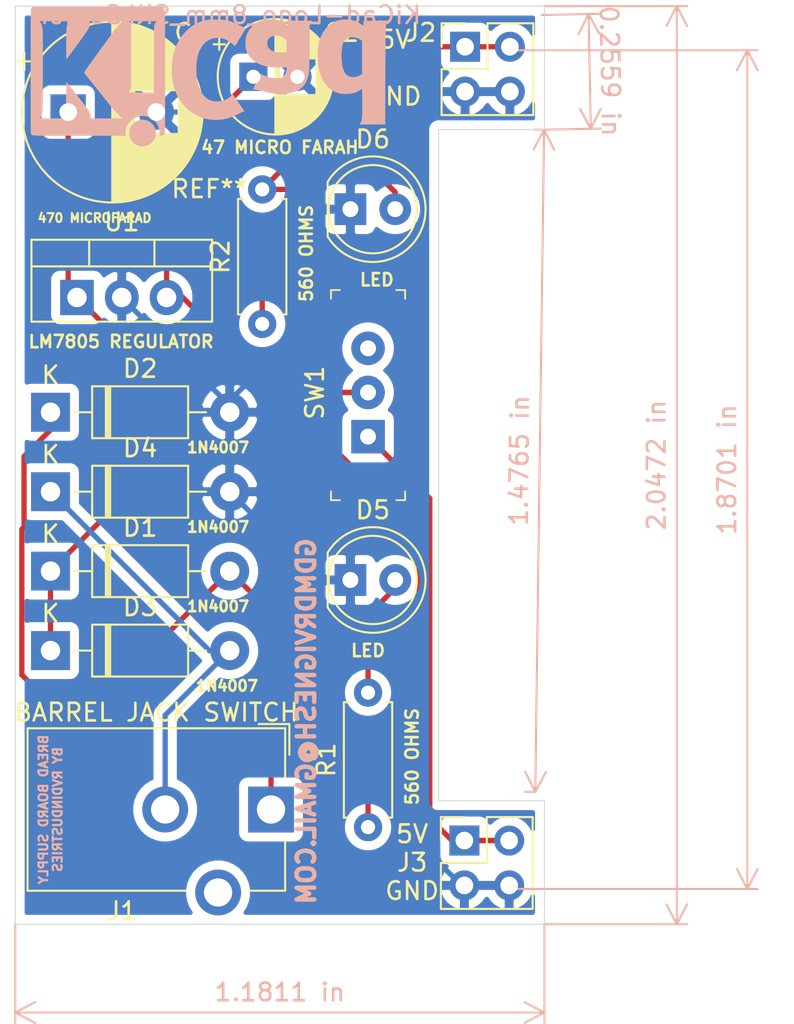
<source format=kicad_pcb>
(kicad_pcb (version 20171130) (host pcbnew "(5.1.6)-1")

  (general
    (thickness 1.6)
    (drawings 37)
    (tracks 76)
    (zones 0)
    (modules 16)
    (nets 11)
  )

  (page A4)
  (title_block
    (title breadboardpowersupply)
    (date 2020-08-11)
    (company RVDINDUSTRIES)
  )

  (layers
    (0 F.Cu signal)
    (31 B.Cu signal)
    (32 B.Adhes user)
    (33 F.Adhes user)
    (34 B.Paste user)
    (35 F.Paste user)
    (36 B.SilkS user)
    (37 F.SilkS user)
    (38 B.Mask user)
    (39 F.Mask user)
    (40 Dwgs.User user)
    (41 Cmts.User user)
    (42 Eco1.User user)
    (43 Eco2.User user)
    (44 Edge.Cuts user)
    (45 Margin user)
    (46 B.CrtYd user)
    (47 F.CrtYd user)
    (48 B.Fab user)
    (49 F.Fab user)
  )

  (setup
    (last_trace_width 0.25)
    (user_trace_width 0.3)
    (trace_clearance 0.2)
    (zone_clearance 0.508)
    (zone_45_only no)
    (trace_min 0.2)
    (via_size 0.8)
    (via_drill 0.4)
    (via_min_size 0.4)
    (via_min_drill 0.3)
    (user_via 1 0.6)
    (uvia_size 0.3)
    (uvia_drill 0.1)
    (uvias_allowed no)
    (uvia_min_size 0.2)
    (uvia_min_drill 0.1)
    (edge_width 0.05)
    (segment_width 0.2)
    (pcb_text_width 0.3)
    (pcb_text_size 1.5 1.5)
    (mod_edge_width 0.12)
    (mod_text_size 1 1)
    (mod_text_width 0.15)
    (pad_size 1.524 1.524)
    (pad_drill 0.762)
    (pad_to_mask_clearance 0.05)
    (aux_axis_origin 0 0)
    (visible_elements 7FFFFFFF)
    (pcbplotparams
      (layerselection 0x010fc_ffffffff)
      (usegerberextensions true)
      (usegerberattributes true)
      (usegerberadvancedattributes true)
      (creategerberjobfile true)
      (excludeedgelayer true)
      (linewidth 0.100000)
      (plotframeref false)
      (viasonmask false)
      (mode 1)
      (useauxorigin false)
      (hpglpennumber 1)
      (hpglpenspeed 20)
      (hpglpendiameter 15.000000)
      (psnegative false)
      (psa4output false)
      (plotreference true)
      (plotvalue true)
      (plotinvisibletext false)
      (padsonsilk false)
      (subtractmaskfromsilk false)
      (outputformat 1)
      (mirror false)
      (drillshape 0)
      (scaleselection 1)
      (outputdirectory "GERBER/"))
  )

  (net 0 "")
  (net 1 "Net-(D1-Pad2)")
  (net 2 "Net-(D3-Pad2)")
  (net 3 "Net-(D5-Pad2)")
  (net 4 "Net-(D6-Pad2)")
  (net 5 "Net-(J1-Pad3)")
  (net 6 "Net-(SW1-Pad3)")
  (net 7 /Vin)
  (net 8 /Vout)
  (net 9 /Vout1)
  (net 10 /VOUT2)

  (net_class Default "This is the default net class."
    (clearance 0.2)
    (trace_width 0.25)
    (via_dia 0.8)
    (via_drill 0.4)
    (uvia_dia 0.3)
    (uvia_drill 0.1)
    (add_net "Net-(D1-Pad2)")
    (add_net "Net-(D3-Pad2)")
    (add_net "Net-(D5-Pad2)")
    (add_net "Net-(D6-Pad2)")
    (add_net "Net-(J1-Pad3)")
    (add_net "Net-(SW1-Pad3)")
  )

  (net_class POWER ""
    (clearance 0.3)
    (trace_width 0.3)
    (via_dia 1)
    (via_drill 0.5)
    (uvia_dia 0.3)
    (uvia_drill 0.1)
    (add_net /VOUT2)
    (add_net /Vin)
    (add_net /Vout)
    (add_net /Vout1)
  )

  (module Symbol:KiCad-Logo_8mm_SilkScreen (layer B.Cu) (tedit 0) (tstamp 5F37058E)
    (at 187.5 87)
    (descr "KiCad Logo")
    (tags "Logo KiCad")
    (attr virtual)
    (fp_text reference REF** (at 0 6.35) (layer F.SilkS)
      (effects (font (size 1 1) (thickness 0.15)))
    )
    (fp_text value KiCad-Logo_8mm_SilkScreen (at 1 -3.5) (layer B.SilkS)
      (effects (font (size 1 1) (thickness 0.15)) (justify mirror))
    )
    (fp_poly (pts (xy -7.870089 3.33834) (xy -7.52054 3.338293) (xy -7.35783 3.338286) (xy -4.753429 3.338285)
      (xy -4.753429 3.184762) (xy -4.737043 2.997937) (xy -4.687588 2.825633) (xy -4.60462 2.666825)
      (xy -4.487695 2.52049) (xy -4.448136 2.480968) (xy -4.30583 2.368862) (xy -4.148922 2.287101)
      (xy -3.982072 2.235647) (xy -3.809939 2.214463) (xy -3.637185 2.223513) (xy -3.46847 2.262758)
      (xy -3.308454 2.332162) (xy -3.161798 2.431689) (xy -3.095932 2.491735) (xy -2.973192 2.638957)
      (xy -2.883188 2.800853) (xy -2.826706 2.975573) (xy -2.804529 3.161265) (xy -2.804234 3.179533)
      (xy -2.803072 3.33828) (xy -2.7333 3.338283) (xy -2.671405 3.329882) (xy -2.614865 3.309444)
      (xy -2.611128 3.307333) (xy -2.598358 3.300707) (xy -2.586632 3.295546) (xy -2.575906 3.290349)
      (xy -2.566139 3.28361) (xy -2.557288 3.273829) (xy -2.549311 3.2595) (xy -2.542165 3.239122)
      (xy -2.535808 3.211192) (xy -2.530198 3.174205) (xy -2.525293 3.12666) (xy -2.521049 3.067053)
      (xy -2.517424 2.993881) (xy -2.514377 2.905641) (xy -2.511864 2.80083) (xy -2.509844 2.677945)
      (xy -2.508274 2.535483) (xy -2.507112 2.37194) (xy -2.506314 2.185814) (xy -2.50584 1.975602)
      (xy -2.505646 1.7398) (xy -2.50569 1.476906) (xy -2.50593 1.185416) (xy -2.506323 0.863828)
      (xy -2.506827 0.510638) (xy -2.5074 0.124343) (xy -2.507999 -0.29656) (xy -2.508068 -0.34784)
      (xy -2.508605 -0.771426) (xy -2.509061 -1.16023) (xy -2.509484 -1.515753) (xy -2.509921 -1.839498)
      (xy -2.510422 -2.132966) (xy -2.511035 -2.397661) (xy -2.511808 -2.635085) (xy -2.512789 -2.84674)
      (xy -2.514026 -3.034129) (xy -2.515568 -3.198754) (xy -2.517463 -3.342117) (xy -2.519759 -3.46572)
      (xy -2.522504 -3.571067) (xy -2.525747 -3.659659) (xy -2.529536 -3.733) (xy -2.533919 -3.79259)
      (xy -2.538945 -3.839933) (xy -2.544661 -3.876531) (xy -2.551116 -3.903886) (xy -2.558359 -3.923502)
      (xy -2.566437 -3.936879) (xy -2.575398 -3.945521) (xy -2.585292 -3.95093) (xy -2.596165 -3.954608)
      (xy -2.608067 -3.958058) (xy -2.621046 -3.962782) (xy -2.624217 -3.96422) (xy -2.634181 -3.967451)
      (xy -2.650859 -3.97042) (xy -2.675707 -3.973137) (xy -2.71018 -3.975613) (xy -2.755736 -3.977858)
      (xy -2.81383 -3.979883) (xy -2.885919 -3.981698) (xy -2.973458 -3.983315) (xy -3.077905 -3.984743)
      (xy -3.200715 -3.985993) (xy -3.343345 -3.987076) (xy -3.507251 -3.988002) (xy -3.69389 -3.988782)
      (xy -3.904716 -3.989426) (xy -4.141188 -3.989946) (xy -4.404761 -3.990351) (xy -4.69689 -3.990652)
      (xy -5.019034 -3.99086) (xy -5.372647 -3.990985) (xy -5.759186 -3.991038) (xy -6.180108 -3.991029)
      (xy -6.316456 -3.991016) (xy -6.746716 -3.990947) (xy -7.142164 -3.990834) (xy -7.504273 -3.990665)
      (xy -7.834517 -3.99043) (xy -8.134371 -3.990116) (xy -8.405308 -3.989713) (xy -8.6488 -3.989207)
      (xy -8.866323 -3.988589) (xy -9.05935 -3.987846) (xy -9.229354 -3.986968) (xy -9.37781 -3.985941)
      (xy -9.50619 -3.984756) (xy -9.615969 -3.9834) (xy -9.70862 -3.981862) (xy -9.785617 -3.98013)
      (xy -9.848434 -3.978194) (xy -9.898544 -3.97604) (xy -9.937421 -3.973659) (xy -9.966538 -3.971037)
      (xy -9.987371 -3.968165) (xy -10.001391 -3.96503) (xy -10.009034 -3.962159) (xy -10.022618 -3.95643)
      (xy -10.03509 -3.952206) (xy -10.046498 -3.947985) (xy -10.056889 -3.942268) (xy -10.066309 -3.933555)
      (xy -10.074808 -3.920345) (xy -10.08243 -3.901137) (xy -10.089225 -3.874433) (xy -10.095238 -3.83873)
      (xy -10.100517 -3.79253) (xy -10.10511 -3.734332) (xy -10.109064 -3.662635) (xy -10.112425 -3.57594)
      (xy -10.115241 -3.472746) (xy -10.11756 -3.351553) (xy -10.119428 -3.21086) (xy -10.119916 -3.156857)
      (xy -9.635704 -3.156857) (xy -7.924256 -3.156857) (xy -7.957187 -3.106964) (xy -7.989947 -3.055693)
      (xy -8.017689 -3.006869) (xy -8.040807 -2.957076) (xy -8.059697 -2.902898) (xy -8.074751 -2.840916)
      (xy -8.086367 -2.767715) (xy -8.094936 -2.679878) (xy -8.100856 -2.573988) (xy -8.104519 -2.446628)
      (xy -8.106321 -2.294381) (xy -8.106656 -2.113832) (xy -8.105919 -1.901562) (xy -8.105501 -1.822755)
      (xy -8.100786 -0.977911) (xy -7.565572 -1.706557) (xy -7.413946 -1.913265) (xy -7.282581 -2.09326)
      (xy -7.170057 -2.248925) (xy -7.074957 -2.382647) (xy -6.995862 -2.496809) (xy -6.931353 -2.593797)
      (xy -6.880012 -2.675994) (xy -6.84042 -2.745786) (xy -6.81116 -2.805558) (xy -6.790812 -2.857693)
      (xy -6.777958 -2.904576) (xy -6.771181 -2.948593) (xy -6.76906 -2.992127) (xy -6.770179 -3.037564)
      (xy -6.770464 -3.043275) (xy -6.776357 -3.156933) (xy -4.900771 -3.156857) (xy -5.040278 -3.016189)
      (xy -5.078135 -2.977715) (xy -5.114047 -2.940279) (xy -5.149593 -2.901814) (xy -5.186347 -2.860258)
      (xy -5.225886 -2.813545) (xy -5.269786 -2.75961) (xy -5.319623 -2.69639) (xy -5.376972 -2.621818)
      (xy -5.443411 -2.533832) (xy -5.520515 -2.430365) (xy -5.609861 -2.309354) (xy -5.713024 -2.168734)
      (xy -5.83158 -2.00644) (xy -5.967105 -1.820407) (xy -6.121177 -1.608571) (xy -6.247462 -1.434804)
      (xy -6.405954 -1.216501) (xy -6.544216 -1.025629) (xy -6.663499 -0.860374) (xy -6.765057 -0.718926)
      (xy -6.850141 -0.599471) (xy -6.920005 -0.500198) (xy -6.9759 -0.419295) (xy -7.01908 -0.354949)
      (xy -7.050797 -0.305347) (xy -7.072302 -0.268679) (xy -7.08485 -0.243132) (xy -7.089692 -0.226893)
      (xy -7.088237 -0.218355) (xy -7.070599 -0.195635) (xy -7.032466 -0.147543) (xy -6.976138 -0.076938)
      (xy -6.903916 0.013322) (xy -6.818101 0.120379) (xy -6.720994 0.241373) (xy -6.614896 0.373446)
      (xy -6.502109 0.51374) (xy -6.384932 0.659397) (xy -6.265667 0.807556) (xy -6.200067 0.889)
      (xy -4.571314 0.889) (xy -4.503621 0.766535) (xy -4.435929 0.644071) (xy -4.435929 -2.911929)
      (xy -4.503621 -3.034393) (xy -4.571314 -3.156857) (xy -3.770559 -3.156857) (xy -3.579398 -3.156802)
      (xy -3.421501 -3.156551) (xy -3.293848 -3.155979) (xy -3.193419 -3.154959) (xy -3.117193 -3.153365)
      (xy -3.062148 -3.15107) (xy -3.025264 -3.14795) (xy -3.003521 -3.143877) (xy -2.993898 -3.138725)
      (xy -2.993373 -3.132367) (xy -2.998926 -3.124679) (xy -2.998984 -3.124615) (xy -3.02186 -3.091524)
      (xy -3.052151 -3.037719) (xy -3.078903 -2.984008) (xy -3.129643 -2.875643) (xy -3.134818 -0.993322)
      (xy -3.139993 0.889) (xy -4.571314 0.889) (xy -6.200067 0.889) (xy -6.146615 0.955361)
      (xy -6.030077 1.099953) (xy -5.918354 1.238472) (xy -5.813746 1.368061) (xy -5.718556 1.48586)
      (xy -5.635083 1.589012) (xy -5.565629 1.674657) (xy -5.512494 1.739938) (xy -5.481285 1.778)
      (xy -5.360097 1.92033) (xy -5.243507 2.04877) (xy -5.135603 2.159114) (xy -5.04047 2.247159)
      (xy -4.972957 2.301138) (xy -4.893127 2.358571) (xy -6.729108 2.358571) (xy -6.728592 2.250835)
      (xy -6.733724 2.171628) (xy -6.753015 2.098195) (xy -6.782877 2.028585) (xy -6.802288 1.989259)
      (xy -6.823159 1.950293) (xy -6.847396 1.909099) (xy -6.876906 1.863092) (xy -6.913594 1.809683)
      (xy -6.959368 1.746286) (xy -7.016135 1.670315) (xy -7.0858 1.579183) (xy -7.17027 1.470302)
      (xy -7.271453 1.341086) (xy -7.391253 1.188948) (xy -7.531579 1.011302) (xy -7.547429 0.991258)
      (xy -8.100786 0.291492) (xy -8.106143 1.066496) (xy -8.107221 1.298632) (xy -8.106992 1.495154)
      (xy -8.105443 1.656708) (xy -8.102563 1.783944) (xy -8.098341 1.877508) (xy -8.092766 1.938048)
      (xy -8.090893 1.949532) (xy -8.061495 2.070501) (xy -8.022978 2.179554) (xy -7.979026 2.267237)
      (xy -7.952621 2.304426) (xy -7.90706 2.358571) (xy -8.77153 2.358571) (xy -8.977745 2.358395)
      (xy -9.150188 2.357821) (xy -9.291373 2.356783) (xy -9.403812 2.355213) (xy -9.490017 2.353046)
      (xy -9.552502 2.350212) (xy -9.593779 2.346647) (xy -9.61636 2.342282) (xy -9.622759 2.337051)
      (xy -9.622317 2.335893) (xy -9.603991 2.308231) (xy -9.573396 2.264385) (xy -9.557567 2.242209)
      (xy -9.541202 2.22008) (xy -9.526492 2.200291) (xy -9.513344 2.180894) (xy -9.501667 2.159942)
      (xy -9.491368 2.135488) (xy -9.482354 2.105584) (xy -9.474532 2.068283) (xy -9.467809 2.021637)
      (xy -9.462094 1.963699) (xy -9.457293 1.892521) (xy -9.453315 1.806156) (xy -9.450065 1.702656)
      (xy -9.447452 1.580075) (xy -9.445383 1.436463) (xy -9.443766 1.269875) (xy -9.442507 1.078363)
      (xy -9.441515 0.859978) (xy -9.440696 0.612774) (xy -9.439958 0.334804) (xy -9.439209 0.024119)
      (xy -9.438508 -0.2613) (xy -9.437847 -0.579492) (xy -9.437503 -0.883077) (xy -9.437468 -1.170115)
      (xy -9.437732 -1.438669) (xy -9.438285 -1.686798) (xy -9.43912 -1.912563) (xy -9.440227 -2.114026)
      (xy -9.441596 -2.289246) (xy -9.443219 -2.436286) (xy -9.445087 -2.553206) (xy -9.447189 -2.638067)
      (xy -9.449518 -2.688929) (xy -9.449959 -2.694304) (xy -9.466008 -2.817613) (xy -9.491064 -2.916644)
      (xy -9.529221 -3.00307) (xy -9.584572 -3.088565) (xy -9.591496 -3.097893) (xy -9.635704 -3.156857)
      (xy -10.119916 -3.156857) (xy -10.120892 -3.049168) (xy -10.122001 -2.864976) (xy -10.122801 -2.656784)
      (xy -10.123339 -2.423091) (xy -10.123662 -2.162398) (xy -10.123817 -1.873204) (xy -10.123854 -1.554009)
      (xy -10.123817 -1.203313) (xy -10.123755 -0.819614) (xy -10.123715 -0.401414) (xy -10.123714 -0.318393)
      (xy -10.123691 0.104211) (xy -10.123612 0.492019) (xy -10.123467 0.84652) (xy -10.123244 1.169203)
      (xy -10.122931 1.461558) (xy -10.122517 1.725073) (xy -10.121991 1.961238) (xy -10.12134 2.171542)
      (xy -10.120553 2.357474) (xy -10.119619 2.520525) (xy -10.118526 2.662182) (xy -10.117263 2.783936)
      (xy -10.115817 2.887275) (xy -10.114179 2.973689) (xy -10.112334 3.044667) (xy -10.110274 3.101699)
      (xy -10.107985 3.146273) (xy -10.105456 3.179879) (xy -10.102676 3.204007) (xy -10.099633 3.220144)
      (xy -10.096316 3.229782) (xy -10.096193 3.230022) (xy -10.08936 3.244745) (xy -10.08367 3.258074)
      (xy -10.077374 3.270078) (xy -10.068728 3.280827) (xy -10.055986 3.290389) (xy -10.0374 3.298833)
      (xy -10.011226 3.306229) (xy -9.975716 3.312646) (xy -9.929125 3.318152) (xy -9.869707 3.322817)
      (xy -9.795715 3.326709) (xy -9.705403 3.329898) (xy -9.597025 3.332453) (xy -9.468835 3.334442)
      (xy -9.319087 3.335935) (xy -9.146034 3.337002) (xy -8.947931 3.337709) (xy -8.723031 3.338128)
      (xy -8.469588 3.338327) (xy -8.185856 3.338374) (xy -7.870089 3.33834)) (layer B.SilkS) (width 0.01))
    (fp_poly (pts (xy 0.581378 2.430769) (xy 0.777019 2.409351) (xy 0.966562 2.371015) (xy 1.157717 2.313762)
      (xy 1.358196 2.235591) (xy 1.575708 2.134504) (xy 1.61488 2.114924) (xy 1.704772 2.070638)
      (xy 1.789553 2.030761) (xy 1.860855 1.999102) (xy 1.91031 1.979468) (xy 1.917908 1.976996)
      (xy 1.990714 1.955183) (xy 1.664803 1.481056) (xy 1.585123 1.365177) (xy 1.512272 1.259306)
      (xy 1.44873 1.167038) (xy 1.396972 1.091967) (xy 1.359477 1.037687) (xy 1.338723 1.007793)
      (xy 1.335351 1.003059) (xy 1.321655 1.012958) (xy 1.287943 1.042715) (xy 1.240244 1.086927)
      (xy 1.21392 1.111916) (xy 1.064772 1.230544) (xy 0.897268 1.320687) (xy 0.752928 1.370064)
      (xy 0.666283 1.385571) (xy 0.557796 1.395021) (xy 0.440227 1.398239) (xy 0.326334 1.395049)
      (xy 0.228879 1.385276) (xy 0.18999 1.377791) (xy 0.014712 1.317488) (xy -0.143235 1.22541)
      (xy -0.283732 1.101727) (xy -0.406665 0.946607) (xy -0.511915 0.760219) (xy -0.599365 0.54273)
      (xy -0.6689 0.294308) (xy -0.710225 0.081643) (xy -0.721006 -0.012241) (xy -0.728352 -0.133524)
      (xy -0.732333 -0.273493) (xy -0.733021 -0.423431) (xy -0.730486 -0.574622) (xy -0.7248 -0.718351)
      (xy -0.716033 -0.845903) (xy -0.704256 -0.948562) (xy -0.701707 -0.964401) (xy -0.645519 -1.219536)
      (xy -0.568964 -1.445342) (xy -0.471574 -1.642831) (xy -0.352886 -1.813014) (xy -0.268637 -1.905022)
      (xy -0.11723 -2.029943) (xy 0.048817 -2.12254) (xy 0.226701 -2.182309) (xy 0.413622 -2.208746)
      (xy 0.606778 -2.201348) (xy 0.803369 -2.159611) (xy 0.919597 -2.118771) (xy 1.080438 -2.03699)
      (xy 1.246213 -1.919678) (xy 1.339073 -1.840345) (xy 1.391214 -1.794429) (xy 1.43218 -1.760742)
      (xy 1.455498 -1.74451) (xy 1.458393 -1.744015) (xy 1.4688 -1.760601) (xy 1.495767 -1.804432)
      (xy 1.536996 -1.871748) (xy 1.590189 -1.958794) (xy 1.65305 -2.06181) (xy 1.723281 -2.177041)
      (xy 1.762372 -2.241231) (xy 2.060964 -2.731677) (xy 1.688161 -2.915915) (xy 1.553369 -2.982093)
      (xy 1.444175 -3.034278) (xy 1.353907 -3.07506) (xy 1.275888 -3.107033) (xy 1.203444 -3.132787)
      (xy 1.129901 -3.154914) (xy 1.048584 -3.176007) (xy 0.970643 -3.19453) (xy 0.901366 -3.208863)
      (xy 0.828917 -3.219694) (xy 0.746042 -3.227626) (xy 0.645488 -3.233258) (xy 0.520003 -3.237192)
      (xy 0.435428 -3.238891) (xy 0.314754 -3.24005) (xy 0.199042 -3.239465) (xy 0.095951 -3.237304)
      (xy 0.013138 -3.233732) (xy -0.04174 -3.228917) (xy -0.044992 -3.228437) (xy -0.329957 -3.166786)
      (xy -0.597558 -3.073285) (xy -0.847703 -2.947993) (xy -1.080296 -2.790974) (xy -1.295243 -2.602289)
      (xy -1.49245 -2.382) (xy -1.635273 -2.186214) (xy -1.78732 -1.929949) (xy -1.910227 -1.659317)
      (xy -2.00459 -1.372149) (xy -2.071001 -1.066276) (xy -2.110056 -0.739528) (xy -2.12236 -0.407739)
      (xy -2.112241 -0.086779) (xy -2.080439 0.209354) (xy -2.025946 0.485655) (xy -1.94775 0.747119)
      (xy -1.844841 0.998742) (xy -1.832553 1.02481) (xy -1.69718 1.268493) (xy -1.530911 1.500382)
      (xy -1.338459 1.715677) (xy -1.124534 1.909578) (xy -0.893845 2.077285) (xy -0.678891 2.200304)
      (xy -0.461742 2.296655) (xy -0.244132 2.366449) (xy -0.017638 2.411587) (xy 0.226166 2.433969)
      (xy 0.371928 2.437269) (xy 0.581378 2.430769)) (layer B.SilkS) (width 0.01))
    (fp_poly (pts (xy 4.185632 0.97227) (xy 4.275523 0.965465) (xy 4.532715 0.931247) (xy 4.760485 0.876669)
      (xy 4.959943 0.80098) (xy 5.132197 0.70343) (xy 5.278359 0.583268) (xy 5.399536 0.439742)
      (xy 5.496839 0.272102) (xy 5.567891 0.090714) (xy 5.585927 0.032854) (xy 5.601632 -0.021329)
      (xy 5.615192 -0.074752) (xy 5.626792 -0.130333) (xy 5.636617 -0.190988) (xy 5.644853 -0.259635)
      (xy 5.651684 -0.33919) (xy 5.657295 -0.432572) (xy 5.661872 -0.542696) (xy 5.6656 -0.672481)
      (xy 5.668665 -0.824842) (xy 5.67125 -1.002698) (xy 5.673542 -1.208965) (xy 5.675725 -1.446561)
      (xy 5.677286 -1.632857) (xy 5.687785 -2.911929) (xy 5.755821 -3.035018) (xy 5.788038 -3.094317)
      (xy 5.812012 -3.140377) (xy 5.82345 -3.164893) (xy 5.823857 -3.166553) (xy 5.806375 -3.168454)
      (xy 5.756574 -3.170205) (xy 5.678421 -3.171758) (xy 5.575882 -3.173062) (xy 5.452922 -3.17407)
      (xy 5.31351 -3.174731) (xy 5.161611 -3.174997) (xy 5.1435 -3.175) (xy 4.463143 -3.175)
      (xy 4.463143 -3.020786) (xy 4.461982 -2.951094) (xy 4.458887 -2.897794) (xy 4.454432 -2.869217)
      (xy 4.452463 -2.866572) (xy 4.434455 -2.877653) (xy 4.397393 -2.906736) (xy 4.349222 -2.947579)
      (xy 4.348141 -2.948524) (xy 4.260235 -3.013971) (xy 4.149217 -3.079688) (xy 4.027631 -3.139219)
      (xy 3.908021 -3.186109) (xy 3.855357 -3.202133) (xy 3.750551 -3.222485) (xy 3.62195 -3.235472)
      (xy 3.481325 -3.240909) (xy 3.340448 -3.238611) (xy 3.211093 -3.228392) (xy 3.120571 -3.213689)
      (xy 2.89858 -3.148499) (xy 2.698729 -3.055594) (xy 2.522319 -2.936126) (xy 2.37065 -2.791247)
      (xy 2.245024 -2.62211) (xy 2.146741 -2.429867) (xy 2.104341 -2.313214) (xy 2.077768 -2.199833)
      (xy 2.060158 -2.063722) (xy 2.05201 -1.917437) (xy 2.052278 -1.896151) (xy 3.279321 -1.896151)
      (xy 3.289496 -2.00485) (xy 3.323378 -2.095185) (xy 3.386 -2.178995) (xy 3.410052 -2.203571)
      (xy 3.495551 -2.270011) (xy 3.594373 -2.312574) (xy 3.712768 -2.333177) (xy 3.837445 -2.334694)
      (xy 3.955698 -2.324677) (xy 4.046239 -2.305085) (xy 4.08556 -2.29037) (xy 4.156432 -2.250265)
      (xy 4.231525 -2.193863) (xy 4.300038 -2.130561) (xy 4.351172 -2.069755) (xy 4.36475 -2.047449)
      (xy 4.375305 -2.016212) (xy 4.38281 -1.966507) (xy 4.387613 -1.893587) (xy 4.390065 -1.792703)
      (xy 4.390571 -1.696689) (xy 4.390228 -1.58475) (xy 4.388843 -1.503809) (xy 4.385881 -1.448585)
      (xy 4.380808 -1.413794) (xy 4.37309 -1.394154) (xy 4.362192 -1.38438) (xy 4.358821 -1.382824)
      (xy 4.329529 -1.378029) (xy 4.271756 -1.374108) (xy 4.193304 -1.371414) (xy 4.101974 -1.370299)
      (xy 4.082143 -1.370298) (xy 3.960063 -1.372246) (xy 3.865749 -1.378041) (xy 3.790807 -1.388475)
      (xy 3.728903 -1.403714) (xy 3.575349 -1.461784) (xy 3.454932 -1.533179) (xy 3.36661 -1.619039)
      (xy 3.309339 -1.720507) (xy 3.282078 -1.838725) (xy 3.279321 -1.896151) (xy 2.052278 -1.896151)
      (xy 2.053823 -1.773533) (xy 2.066096 -1.644565) (xy 2.07567 -1.59246) (xy 2.136801 -1.398997)
      (xy 2.229757 -1.220993) (xy 2.352783 -1.060155) (xy 2.504124 -0.91819) (xy 2.682025 -0.796806)
      (xy 2.884732 -0.697709) (xy 3.057071 -0.637533) (xy 3.172253 -0.605919) (xy 3.282423 -0.581354)
      (xy 3.394719 -0.563039) (xy 3.516275 -0.550178) (xy 3.654229 -0.541972) (xy 3.815715 -0.537624)
      (xy 3.961715 -0.5364) (xy 4.394645 -0.535215) (xy 4.386351 -0.40508) (xy 4.362801 -0.263883)
      (xy 4.312703 -0.142518) (xy 4.238191 -0.044017) (xy 4.141399 0.028591) (xy 4.056171 0.064021)
      (xy 3.934056 0.08635) (xy 3.788683 0.089557) (xy 3.626867 0.074823) (xy 3.455422 0.04333)
      (xy 3.281163 -0.00374) (xy 3.110904 -0.065203) (xy 2.987176 -0.121417) (xy 2.927647 -0.150283)
      (xy 2.882242 -0.170443) (xy 2.85915 -0.17831) (xy 2.857897 -0.178058) (xy 2.849929 -0.160437)
      (xy 2.830031 -0.113733) (xy 2.800077 -0.042418) (xy 2.761939 0.049031) (xy 2.717488 0.156141)
      (xy 2.672305 0.265451) (xy 2.491667 0.70326) (xy 2.620155 0.724364) (xy 2.675846 0.734953)
      (xy 2.759564 0.752737) (xy 2.864139 0.776102) (xy 2.982399 0.803435) (xy 3.107172 0.833119)
      (xy 3.156857 0.845182) (xy 3.371807 0.895038) (xy 3.559995 0.932416) (xy 3.728446 0.958073)
      (xy 3.884186 0.972765) (xy 4.03424 0.977245) (xy 4.185632 0.97227)) (layer B.SilkS) (width 0.01))
    (fp_poly (pts (xy 9.041571 2.699911) (xy 9.195876 2.699277) (xy 9.248321 2.698958) (xy 9.9695 2.694214)
      (xy 9.978571 -0.072572) (xy 9.979769 -0.447756) (xy 9.980832 -0.788417) (xy 9.981827 -1.096318)
      (xy 9.982823 -1.373221) (xy 9.983888 -1.620888) (xy 9.985091 -1.841081) (xy 9.986499 -2.035562)
      (xy 9.988182 -2.206094) (xy 9.990206 -2.35444) (xy 9.992641 -2.482361) (xy 9.995554 -2.59162)
      (xy 9.999015 -2.683979) (xy 10.00309 -2.7612) (xy 10.007849 -2.825046) (xy 10.01336 -2.877278)
      (xy 10.019691 -2.91966) (xy 10.02691 -2.953953) (xy 10.035085 -2.98192) (xy 10.044285 -3.005324)
      (xy 10.054577 -3.025925) (xy 10.066031 -3.045487) (xy 10.078715 -3.065772) (xy 10.092695 -3.088543)
      (xy 10.095561 -3.093393) (xy 10.14364 -3.175433) (xy 8.753928 -3.165929) (xy 8.744857 -3.013295)
      (xy 8.739918 -2.940045) (xy 8.734771 -2.897696) (xy 8.727786 -2.880892) (xy 8.717337 -2.884277)
      (xy 8.708571 -2.89396) (xy 8.670388 -2.929229) (xy 8.608155 -2.974563) (xy 8.530641 -3.024546)
      (xy 8.446613 -3.073761) (xy 8.364839 -3.116791) (xy 8.302052 -3.145101) (xy 8.154954 -3.191624)
      (xy 7.98618 -3.224579) (xy 7.808191 -3.242707) (xy 7.633447 -3.24475) (xy 7.474407 -3.229447)
      (xy 7.471788 -3.229009) (xy 7.254168 -3.174402) (xy 7.050455 -3.087401) (xy 6.862613 -2.969876)
      (xy 6.692607 -2.823697) (xy 6.542402 -2.650734) (xy 6.413964 -2.452857) (xy 6.309257 -2.231936)
      (xy 6.252246 -2.068286) (xy 6.214651 -1.931375) (xy 6.186771 -1.798798) (xy 6.167753 -1.662502)
      (xy 6.156745 -1.514433) (xy 6.152895 -1.346537) (xy 6.1546 -1.20944) (xy 7.493359 -1.20944)
      (xy 7.499694 -1.439329) (xy 7.519679 -1.637111) (xy 7.553927 -1.804539) (xy 7.603055 -1.943369)
      (xy 7.667676 -2.055358) (xy 7.748405 -2.142259) (xy 7.841591 -2.203692) (xy 7.89008 -2.226626)
      (xy 7.932134 -2.240375) (xy 7.97902 -2.246666) (xy 8.042004 -2.247222) (xy 8.109857 -2.244773)
      (xy 8.243295 -2.233004) (xy 8.348832 -2.209955) (xy 8.382 -2.19841) (xy 8.457735 -2.164311)
      (xy 8.537614 -2.121491) (xy 8.5725 -2.100057) (xy 8.663214 -2.040556) (xy 8.663214 -0.154584)
      (xy 8.563428 -0.094771) (xy 8.424267 -0.027185) (xy 8.282087 0.012786) (xy 8.14209 0.025378)
      (xy 8.009474 0.010827) (xy 7.88944 -0.030632) (xy 7.787188 -0.098763) (xy 7.754195 -0.131466)
      (xy 7.674667 -0.238619) (xy 7.610299 -0.368327) (xy 7.560553 -0.522814) (xy 7.524891 -0.704302)
      (xy 7.502775 -0.915015) (xy 7.493667 -1.157175) (xy 7.493359 -1.20944) (xy 6.1546 -1.20944)
      (xy 6.15531 -1.152374) (xy 6.170605 -0.853713) (xy 6.201358 -0.584325) (xy 6.248381 -0.340285)
      (xy 6.312482 -0.11767) (xy 6.394472 0.087444) (xy 6.42373 0.148254) (xy 6.541581 0.34656)
      (xy 6.683996 0.522788) (xy 6.847629 0.674092) (xy 7.029131 0.797629) (xy 7.225153 0.890553)
      (xy 7.342655 0.928885) (xy 7.458054 0.951641) (xy 7.596907 0.96518) (xy 7.747574 0.969508)
      (xy 7.898413 0.964632) (xy 8.037785 0.950556) (xy 8.149691 0.928475) (xy 8.282884 0.885172)
      (xy 8.411979 0.829489) (xy 8.524928 0.767064) (xy 8.585043 0.724697) (xy 8.62651 0.693193)
      (xy 8.655545 0.67401) (xy 8.66215 0.671286) (xy 8.664198 0.688837) (xy 8.666107 0.739125)
      (xy 8.667836 0.8186) (xy 8.669341 0.923714) (xy 8.670581 1.050917) (xy 8.671513 1.196661)
      (xy 8.672095 1.357397) (xy 8.672286 1.521116) (xy 8.672179 1.730812) (xy 8.671658 1.907604)
      (xy 8.670416 2.054874) (xy 8.668148 2.176003) (xy 8.66455 2.274373) (xy 8.659317 2.353366)
      (xy 8.652144 2.416362) (xy 8.642726 2.466745) (xy 8.630758 2.507895) (xy 8.615935 2.543194)
      (xy 8.597952 2.576023) (xy 8.576505 2.609765) (xy 8.573745 2.613943) (xy 8.546083 2.657644)
      (xy 8.529382 2.687695) (xy 8.527143 2.694033) (xy 8.544643 2.696033) (xy 8.594574 2.69766)
      (xy 8.673085 2.698888) (xy 8.776323 2.699689) (xy 8.900436 2.700039) (xy 9.041571 2.699911)) (layer B.SilkS) (width 0.01))
    (fp_poly (pts (xy -3.602318 3.916067) (xy -3.466071 3.868828) (xy -3.339221 3.794473) (xy -3.225933 3.693013)
      (xy -3.130372 3.564457) (xy -3.087446 3.483428) (xy -3.050295 3.370092) (xy -3.032288 3.239249)
      (xy -3.034283 3.104735) (xy -3.056423 2.982842) (xy -3.116936 2.833893) (xy -3.204686 2.704691)
      (xy -3.315212 2.597777) (xy -3.444054 2.515694) (xy -3.586753 2.460984) (xy -3.738849 2.43619)
      (xy -3.895881 2.443853) (xy -3.973286 2.460228) (xy -4.124141 2.518911) (xy -4.258125 2.608457)
      (xy -4.372006 2.726107) (xy -4.462552 2.869098) (xy -4.470212 2.884714) (xy -4.496694 2.943314)
      (xy -4.513322 2.992666) (xy -4.52235 3.04473) (xy -4.526032 3.111461) (xy -4.526643 3.184071)
      (xy -4.525633 3.271309) (xy -4.521072 3.334376) (xy -4.510666 3.385364) (xy -4.492121 3.436367)
      (xy -4.46923 3.486687) (xy -4.383846 3.62953) (xy -4.278699 3.74519) (xy -4.157955 3.833675)
      (xy -4.025779 3.894995) (xy -3.886337 3.929161) (xy -3.743795 3.936182) (xy -3.602318 3.916067)) (layer B.SilkS) (width 0.01))
  )

  (module Capacitor_THT:CP_Radial_D10.0mm_P5.00mm (layer F.Cu) (tedit 5AE50EF1) (tstamp 5F338222)
    (at 179.5 89)
    (descr "CP, Radial series, Radial, pin pitch=5.00mm, , diameter=10mm, Electrolytic Capacitor")
    (tags "CP Radial series Radial pin pitch 5.00mm  diameter 10mm Electrolytic Capacitor")
    (path /5F2A9644)
    (fp_text reference C1 (at 7 -4.5) (layer F.SilkS)
      (effects (font (size 1 1) (thickness 0.15)))
    )
    (fp_text value "470 micro farad" (at 2.5 6.25) (layer F.Fab)
      (effects (font (size 1 1) (thickness 0.15)))
    )
    (fp_circle (center 2.5 0) (end 7.5 0) (layer F.Fab) (width 0.1))
    (fp_circle (center 2.5 0) (end 7.62 0) (layer F.SilkS) (width 0.12))
    (fp_circle (center 2.5 0) (end 7.75 0) (layer F.CrtYd) (width 0.05))
    (fp_line (start -1.788861 -2.1875) (end -0.788861 -2.1875) (layer F.Fab) (width 0.1))
    (fp_line (start -1.288861 -2.6875) (end -1.288861 -1.6875) (layer F.Fab) (width 0.1))
    (fp_line (start 2.5 -5.08) (end 2.5 5.08) (layer F.SilkS) (width 0.12))
    (fp_line (start 2.54 -5.08) (end 2.54 5.08) (layer F.SilkS) (width 0.12))
    (fp_line (start 2.58 -5.08) (end 2.58 5.08) (layer F.SilkS) (width 0.12))
    (fp_line (start 2.62 -5.079) (end 2.62 5.079) (layer F.SilkS) (width 0.12))
    (fp_line (start 2.66 -5.078) (end 2.66 5.078) (layer F.SilkS) (width 0.12))
    (fp_line (start 2.7 -5.077) (end 2.7 5.077) (layer F.SilkS) (width 0.12))
    (fp_line (start 2.74 -5.075) (end 2.74 5.075) (layer F.SilkS) (width 0.12))
    (fp_line (start 2.78 -5.073) (end 2.78 5.073) (layer F.SilkS) (width 0.12))
    (fp_line (start 2.82 -5.07) (end 2.82 5.07) (layer F.SilkS) (width 0.12))
    (fp_line (start 2.86 -5.068) (end 2.86 5.068) (layer F.SilkS) (width 0.12))
    (fp_line (start 2.9 -5.065) (end 2.9 5.065) (layer F.SilkS) (width 0.12))
    (fp_line (start 2.94 -5.062) (end 2.94 5.062) (layer F.SilkS) (width 0.12))
    (fp_line (start 2.98 -5.058) (end 2.98 5.058) (layer F.SilkS) (width 0.12))
    (fp_line (start 3.02 -5.054) (end 3.02 5.054) (layer F.SilkS) (width 0.12))
    (fp_line (start 3.06 -5.05) (end 3.06 5.05) (layer F.SilkS) (width 0.12))
    (fp_line (start 3.1 -5.045) (end 3.1 5.045) (layer F.SilkS) (width 0.12))
    (fp_line (start 3.14 -5.04) (end 3.14 5.04) (layer F.SilkS) (width 0.12))
    (fp_line (start 3.18 -5.035) (end 3.18 5.035) (layer F.SilkS) (width 0.12))
    (fp_line (start 3.221 -5.03) (end 3.221 5.03) (layer F.SilkS) (width 0.12))
    (fp_line (start 3.261 -5.024) (end 3.261 5.024) (layer F.SilkS) (width 0.12))
    (fp_line (start 3.301 -5.018) (end 3.301 5.018) (layer F.SilkS) (width 0.12))
    (fp_line (start 3.341 -5.011) (end 3.341 5.011) (layer F.SilkS) (width 0.12))
    (fp_line (start 3.381 -5.004) (end 3.381 5.004) (layer F.SilkS) (width 0.12))
    (fp_line (start 3.421 -4.997) (end 3.421 4.997) (layer F.SilkS) (width 0.12))
    (fp_line (start 3.461 -4.99) (end 3.461 4.99) (layer F.SilkS) (width 0.12))
    (fp_line (start 3.501 -4.982) (end 3.501 4.982) (layer F.SilkS) (width 0.12))
    (fp_line (start 3.541 -4.974) (end 3.541 4.974) (layer F.SilkS) (width 0.12))
    (fp_line (start 3.581 -4.965) (end 3.581 4.965) (layer F.SilkS) (width 0.12))
    (fp_line (start 3.621 -4.956) (end 3.621 4.956) (layer F.SilkS) (width 0.12))
    (fp_line (start 3.661 -4.947) (end 3.661 4.947) (layer F.SilkS) (width 0.12))
    (fp_line (start 3.701 -4.938) (end 3.701 4.938) (layer F.SilkS) (width 0.12))
    (fp_line (start 3.741 -4.928) (end 3.741 4.928) (layer F.SilkS) (width 0.12))
    (fp_line (start 3.781 -4.918) (end 3.781 -1.241) (layer F.SilkS) (width 0.12))
    (fp_line (start 3.781 1.241) (end 3.781 4.918) (layer F.SilkS) (width 0.12))
    (fp_line (start 3.821 -4.907) (end 3.821 -1.241) (layer F.SilkS) (width 0.12))
    (fp_line (start 3.821 1.241) (end 3.821 4.907) (layer F.SilkS) (width 0.12))
    (fp_line (start 3.861 -4.897) (end 3.861 -1.241) (layer F.SilkS) (width 0.12))
    (fp_line (start 3.861 1.241) (end 3.861 4.897) (layer F.SilkS) (width 0.12))
    (fp_line (start 3.901 -4.885) (end 3.901 -1.241) (layer F.SilkS) (width 0.12))
    (fp_line (start 3.901 1.241) (end 3.901 4.885) (layer F.SilkS) (width 0.12))
    (fp_line (start 3.941 -4.874) (end 3.941 -1.241) (layer F.SilkS) (width 0.12))
    (fp_line (start 3.941 1.241) (end 3.941 4.874) (layer F.SilkS) (width 0.12))
    (fp_line (start 3.981 -4.862) (end 3.981 -1.241) (layer F.SilkS) (width 0.12))
    (fp_line (start 3.981 1.241) (end 3.981 4.862) (layer F.SilkS) (width 0.12))
    (fp_line (start 4.021 -4.85) (end 4.021 -1.241) (layer F.SilkS) (width 0.12))
    (fp_line (start 4.021 1.241) (end 4.021 4.85) (layer F.SilkS) (width 0.12))
    (fp_line (start 4.061 -4.837) (end 4.061 -1.241) (layer F.SilkS) (width 0.12))
    (fp_line (start 4.061 1.241) (end 4.061 4.837) (layer F.SilkS) (width 0.12))
    (fp_line (start 4.101 -4.824) (end 4.101 -1.241) (layer F.SilkS) (width 0.12))
    (fp_line (start 4.101 1.241) (end 4.101 4.824) (layer F.SilkS) (width 0.12))
    (fp_line (start 4.141 -4.811) (end 4.141 -1.241) (layer F.SilkS) (width 0.12))
    (fp_line (start 4.141 1.241) (end 4.141 4.811) (layer F.SilkS) (width 0.12))
    (fp_line (start 4.181 -4.797) (end 4.181 -1.241) (layer F.SilkS) (width 0.12))
    (fp_line (start 4.181 1.241) (end 4.181 4.797) (layer F.SilkS) (width 0.12))
    (fp_line (start 4.221 -4.783) (end 4.221 -1.241) (layer F.SilkS) (width 0.12))
    (fp_line (start 4.221 1.241) (end 4.221 4.783) (layer F.SilkS) (width 0.12))
    (fp_line (start 4.261 -4.768) (end 4.261 -1.241) (layer F.SilkS) (width 0.12))
    (fp_line (start 4.261 1.241) (end 4.261 4.768) (layer F.SilkS) (width 0.12))
    (fp_line (start 4.301 -4.754) (end 4.301 -1.241) (layer F.SilkS) (width 0.12))
    (fp_line (start 4.301 1.241) (end 4.301 4.754) (layer F.SilkS) (width 0.12))
    (fp_line (start 4.341 -4.738) (end 4.341 -1.241) (layer F.SilkS) (width 0.12))
    (fp_line (start 4.341 1.241) (end 4.341 4.738) (layer F.SilkS) (width 0.12))
    (fp_line (start 4.381 -4.723) (end 4.381 -1.241) (layer F.SilkS) (width 0.12))
    (fp_line (start 4.381 1.241) (end 4.381 4.723) (layer F.SilkS) (width 0.12))
    (fp_line (start 4.421 -4.707) (end 4.421 -1.241) (layer F.SilkS) (width 0.12))
    (fp_line (start 4.421 1.241) (end 4.421 4.707) (layer F.SilkS) (width 0.12))
    (fp_line (start 4.461 -4.69) (end 4.461 -1.241) (layer F.SilkS) (width 0.12))
    (fp_line (start 4.461 1.241) (end 4.461 4.69) (layer F.SilkS) (width 0.12))
    (fp_line (start 4.501 -4.674) (end 4.501 -1.241) (layer F.SilkS) (width 0.12))
    (fp_line (start 4.501 1.241) (end 4.501 4.674) (layer F.SilkS) (width 0.12))
    (fp_line (start 4.541 -4.657) (end 4.541 -1.241) (layer F.SilkS) (width 0.12))
    (fp_line (start 4.541 1.241) (end 4.541 4.657) (layer F.SilkS) (width 0.12))
    (fp_line (start 4.581 -4.639) (end 4.581 -1.241) (layer F.SilkS) (width 0.12))
    (fp_line (start 4.581 1.241) (end 4.581 4.639) (layer F.SilkS) (width 0.12))
    (fp_line (start 4.621 -4.621) (end 4.621 -1.241) (layer F.SilkS) (width 0.12))
    (fp_line (start 4.621 1.241) (end 4.621 4.621) (layer F.SilkS) (width 0.12))
    (fp_line (start 4.661 -4.603) (end 4.661 -1.241) (layer F.SilkS) (width 0.12))
    (fp_line (start 4.661 1.241) (end 4.661 4.603) (layer F.SilkS) (width 0.12))
    (fp_line (start 4.701 -4.584) (end 4.701 -1.241) (layer F.SilkS) (width 0.12))
    (fp_line (start 4.701 1.241) (end 4.701 4.584) (layer F.SilkS) (width 0.12))
    (fp_line (start 4.741 -4.564) (end 4.741 -1.241) (layer F.SilkS) (width 0.12))
    (fp_line (start 4.741 1.241) (end 4.741 4.564) (layer F.SilkS) (width 0.12))
    (fp_line (start 4.781 -4.545) (end 4.781 -1.241) (layer F.SilkS) (width 0.12))
    (fp_line (start 4.781 1.241) (end 4.781 4.545) (layer F.SilkS) (width 0.12))
    (fp_line (start 4.821 -4.525) (end 4.821 -1.241) (layer F.SilkS) (width 0.12))
    (fp_line (start 4.821 1.241) (end 4.821 4.525) (layer F.SilkS) (width 0.12))
    (fp_line (start 4.861 -4.504) (end 4.861 -1.241) (layer F.SilkS) (width 0.12))
    (fp_line (start 4.861 1.241) (end 4.861 4.504) (layer F.SilkS) (width 0.12))
    (fp_line (start 4.901 -4.483) (end 4.901 -1.241) (layer F.SilkS) (width 0.12))
    (fp_line (start 4.901 1.241) (end 4.901 4.483) (layer F.SilkS) (width 0.12))
    (fp_line (start 4.941 -4.462) (end 4.941 -1.241) (layer F.SilkS) (width 0.12))
    (fp_line (start 4.941 1.241) (end 4.941 4.462) (layer F.SilkS) (width 0.12))
    (fp_line (start 4.981 -4.44) (end 4.981 -1.241) (layer F.SilkS) (width 0.12))
    (fp_line (start 4.981 1.241) (end 4.981 4.44) (layer F.SilkS) (width 0.12))
    (fp_line (start 5.021 -4.417) (end 5.021 -1.241) (layer F.SilkS) (width 0.12))
    (fp_line (start 5.021 1.241) (end 5.021 4.417) (layer F.SilkS) (width 0.12))
    (fp_line (start 5.061 -4.395) (end 5.061 -1.241) (layer F.SilkS) (width 0.12))
    (fp_line (start 5.061 1.241) (end 5.061 4.395) (layer F.SilkS) (width 0.12))
    (fp_line (start 5.101 -4.371) (end 5.101 -1.241) (layer F.SilkS) (width 0.12))
    (fp_line (start 5.101 1.241) (end 5.101 4.371) (layer F.SilkS) (width 0.12))
    (fp_line (start 5.141 -4.347) (end 5.141 -1.241) (layer F.SilkS) (width 0.12))
    (fp_line (start 5.141 1.241) (end 5.141 4.347) (layer F.SilkS) (width 0.12))
    (fp_line (start 5.181 -4.323) (end 5.181 -1.241) (layer F.SilkS) (width 0.12))
    (fp_line (start 5.181 1.241) (end 5.181 4.323) (layer F.SilkS) (width 0.12))
    (fp_line (start 5.221 -4.298) (end 5.221 -1.241) (layer F.SilkS) (width 0.12))
    (fp_line (start 5.221 1.241) (end 5.221 4.298) (layer F.SilkS) (width 0.12))
    (fp_line (start 5.261 -4.273) (end 5.261 -1.241) (layer F.SilkS) (width 0.12))
    (fp_line (start 5.261 1.241) (end 5.261 4.273) (layer F.SilkS) (width 0.12))
    (fp_line (start 5.301 -4.247) (end 5.301 -1.241) (layer F.SilkS) (width 0.12))
    (fp_line (start 5.301 1.241) (end 5.301 4.247) (layer F.SilkS) (width 0.12))
    (fp_line (start 5.341 -4.221) (end 5.341 -1.241) (layer F.SilkS) (width 0.12))
    (fp_line (start 5.341 1.241) (end 5.341 4.221) (layer F.SilkS) (width 0.12))
    (fp_line (start 5.381 -4.194) (end 5.381 -1.241) (layer F.SilkS) (width 0.12))
    (fp_line (start 5.381 1.241) (end 5.381 4.194) (layer F.SilkS) (width 0.12))
    (fp_line (start 5.421 -4.166) (end 5.421 -1.241) (layer F.SilkS) (width 0.12))
    (fp_line (start 5.421 1.241) (end 5.421 4.166) (layer F.SilkS) (width 0.12))
    (fp_line (start 5.461 -4.138) (end 5.461 -1.241) (layer F.SilkS) (width 0.12))
    (fp_line (start 5.461 1.241) (end 5.461 4.138) (layer F.SilkS) (width 0.12))
    (fp_line (start 5.501 -4.11) (end 5.501 -1.241) (layer F.SilkS) (width 0.12))
    (fp_line (start 5.501 1.241) (end 5.501 4.11) (layer F.SilkS) (width 0.12))
    (fp_line (start 5.541 -4.08) (end 5.541 -1.241) (layer F.SilkS) (width 0.12))
    (fp_line (start 5.541 1.241) (end 5.541 4.08) (layer F.SilkS) (width 0.12))
    (fp_line (start 5.581 -4.05) (end 5.581 -1.241) (layer F.SilkS) (width 0.12))
    (fp_line (start 5.581 1.241) (end 5.581 4.05) (layer F.SilkS) (width 0.12))
    (fp_line (start 5.621 -4.02) (end 5.621 -1.241) (layer F.SilkS) (width 0.12))
    (fp_line (start 5.621 1.241) (end 5.621 4.02) (layer F.SilkS) (width 0.12))
    (fp_line (start 5.661 -3.989) (end 5.661 -1.241) (layer F.SilkS) (width 0.12))
    (fp_line (start 5.661 1.241) (end 5.661 3.989) (layer F.SilkS) (width 0.12))
    (fp_line (start 5.701 -3.957) (end 5.701 -1.241) (layer F.SilkS) (width 0.12))
    (fp_line (start 5.701 1.241) (end 5.701 3.957) (layer F.SilkS) (width 0.12))
    (fp_line (start 5.741 -3.925) (end 5.741 -1.241) (layer F.SilkS) (width 0.12))
    (fp_line (start 5.741 1.241) (end 5.741 3.925) (layer F.SilkS) (width 0.12))
    (fp_line (start 5.781 -3.892) (end 5.781 -1.241) (layer F.SilkS) (width 0.12))
    (fp_line (start 5.781 1.241) (end 5.781 3.892) (layer F.SilkS) (width 0.12))
    (fp_line (start 5.821 -3.858) (end 5.821 -1.241) (layer F.SilkS) (width 0.12))
    (fp_line (start 5.821 1.241) (end 5.821 3.858) (layer F.SilkS) (width 0.12))
    (fp_line (start 5.861 -3.824) (end 5.861 -1.241) (layer F.SilkS) (width 0.12))
    (fp_line (start 5.861 1.241) (end 5.861 3.824) (layer F.SilkS) (width 0.12))
    (fp_line (start 5.901 -3.789) (end 5.901 -1.241) (layer F.SilkS) (width 0.12))
    (fp_line (start 5.901 1.241) (end 5.901 3.789) (layer F.SilkS) (width 0.12))
    (fp_line (start 5.941 -3.753) (end 5.941 -1.241) (layer F.SilkS) (width 0.12))
    (fp_line (start 5.941 1.241) (end 5.941 3.753) (layer F.SilkS) (width 0.12))
    (fp_line (start 5.981 -3.716) (end 5.981 -1.241) (layer F.SilkS) (width 0.12))
    (fp_line (start 5.981 1.241) (end 5.981 3.716) (layer F.SilkS) (width 0.12))
    (fp_line (start 6.021 -3.679) (end 6.021 -1.241) (layer F.SilkS) (width 0.12))
    (fp_line (start 6.021 1.241) (end 6.021 3.679) (layer F.SilkS) (width 0.12))
    (fp_line (start 6.061 -3.64) (end 6.061 -1.241) (layer F.SilkS) (width 0.12))
    (fp_line (start 6.061 1.241) (end 6.061 3.64) (layer F.SilkS) (width 0.12))
    (fp_line (start 6.101 -3.601) (end 6.101 -1.241) (layer F.SilkS) (width 0.12))
    (fp_line (start 6.101 1.241) (end 6.101 3.601) (layer F.SilkS) (width 0.12))
    (fp_line (start 6.141 -3.561) (end 6.141 -1.241) (layer F.SilkS) (width 0.12))
    (fp_line (start 6.141 1.241) (end 6.141 3.561) (layer F.SilkS) (width 0.12))
    (fp_line (start 6.181 -3.52) (end 6.181 -1.241) (layer F.SilkS) (width 0.12))
    (fp_line (start 6.181 1.241) (end 6.181 3.52) (layer F.SilkS) (width 0.12))
    (fp_line (start 6.221 -3.478) (end 6.221 -1.241) (layer F.SilkS) (width 0.12))
    (fp_line (start 6.221 1.241) (end 6.221 3.478) (layer F.SilkS) (width 0.12))
    (fp_line (start 6.261 -3.436) (end 6.261 3.436) (layer F.SilkS) (width 0.12))
    (fp_line (start 6.301 -3.392) (end 6.301 3.392) (layer F.SilkS) (width 0.12))
    (fp_line (start 6.341 -3.347) (end 6.341 3.347) (layer F.SilkS) (width 0.12))
    (fp_line (start 6.381 -3.301) (end 6.381 3.301) (layer F.SilkS) (width 0.12))
    (fp_line (start 6.421 -3.254) (end 6.421 3.254) (layer F.SilkS) (width 0.12))
    (fp_line (start 6.461 -3.206) (end 6.461 3.206) (layer F.SilkS) (width 0.12))
    (fp_line (start 6.501 -3.156) (end 6.501 3.156) (layer F.SilkS) (width 0.12))
    (fp_line (start 6.541 -3.106) (end 6.541 3.106) (layer F.SilkS) (width 0.12))
    (fp_line (start 6.581 -3.054) (end 6.581 3.054) (layer F.SilkS) (width 0.12))
    (fp_line (start 6.621 -3) (end 6.621 3) (layer F.SilkS) (width 0.12))
    (fp_line (start 6.661 -2.945) (end 6.661 2.945) (layer F.SilkS) (width 0.12))
    (fp_line (start 6.701 -2.889) (end 6.701 2.889) (layer F.SilkS) (width 0.12))
    (fp_line (start 6.741 -2.83) (end 6.741 2.83) (layer F.SilkS) (width 0.12))
    (fp_line (start 6.781 -2.77) (end 6.781 2.77) (layer F.SilkS) (width 0.12))
    (fp_line (start 6.821 -2.709) (end 6.821 2.709) (layer F.SilkS) (width 0.12))
    (fp_line (start 6.861 -2.645) (end 6.861 2.645) (layer F.SilkS) (width 0.12))
    (fp_line (start 6.901 -2.579) (end 6.901 2.579) (layer F.SilkS) (width 0.12))
    (fp_line (start 6.941 -2.51) (end 6.941 2.51) (layer F.SilkS) (width 0.12))
    (fp_line (start 6.981 -2.439) (end 6.981 2.439) (layer F.SilkS) (width 0.12))
    (fp_line (start 7.021 -2.365) (end 7.021 2.365) (layer F.SilkS) (width 0.12))
    (fp_line (start 7.061 -2.289) (end 7.061 2.289) (layer F.SilkS) (width 0.12))
    (fp_line (start 7.101 -2.209) (end 7.101 2.209) (layer F.SilkS) (width 0.12))
    (fp_line (start 7.141 -2.125) (end 7.141 2.125) (layer F.SilkS) (width 0.12))
    (fp_line (start 7.181 -2.037) (end 7.181 2.037) (layer F.SilkS) (width 0.12))
    (fp_line (start 7.221 -1.944) (end 7.221 1.944) (layer F.SilkS) (width 0.12))
    (fp_line (start 7.261 -1.846) (end 7.261 1.846) (layer F.SilkS) (width 0.12))
    (fp_line (start 7.301 -1.742) (end 7.301 1.742) (layer F.SilkS) (width 0.12))
    (fp_line (start 7.341 -1.63) (end 7.341 1.63) (layer F.SilkS) (width 0.12))
    (fp_line (start 7.381 -1.51) (end 7.381 1.51) (layer F.SilkS) (width 0.12))
    (fp_line (start 7.421 -1.378) (end 7.421 1.378) (layer F.SilkS) (width 0.12))
    (fp_line (start 7.461 -1.23) (end 7.461 1.23) (layer F.SilkS) (width 0.12))
    (fp_line (start 7.501 -1.062) (end 7.501 1.062) (layer F.SilkS) (width 0.12))
    (fp_line (start 7.541 -0.862) (end 7.541 0.862) (layer F.SilkS) (width 0.12))
    (fp_line (start 7.581 -0.599) (end 7.581 0.599) (layer F.SilkS) (width 0.12))
    (fp_line (start -2.979646 -2.875) (end -1.979646 -2.875) (layer F.SilkS) (width 0.12))
    (fp_line (start -2.479646 -3.375) (end -2.479646 -2.375) (layer F.SilkS) (width 0.12))
    (fp_text user %R (at 2.5 0) (layer F.Fab)
      (effects (font (size 1 1) (thickness 0.15)))
    )
    (pad 1 thru_hole rect (at 0 0) (size 2 2) (drill 1) (layers *.Cu *.Mask)
      (net 7 /Vin))
    (pad 2 thru_hole circle (at 5 0) (size 2 2) (drill 1) (layers *.Cu *.Mask)
      (net 8 /Vout))
    (model ${KISYS3DMOD}/Capacitor_THT.3dshapes/CP_Radial_D10.0mm_P5.00mm.wrl
      (at (xyz 0 0 0))
      (scale (xyz 1 1 1))
      (rotate (xyz 0 0 0))
    )
  )

  (module Capacitor_THT:CP_Radial_D6.3mm_P2.50mm (layer F.Cu) (tedit 5AE50EF0) (tstamp 5F31AC97)
    (at 190 87)
    (descr "CP, Radial series, Radial, pin pitch=2.50mm, , diameter=6.3mm, Electrolytic Capacitor")
    (tags "CP Radial series Radial pin pitch 2.50mm  diameter 6.3mm Electrolytic Capacitor")
    (path /5F2A921E)
    (fp_text reference C2 (at 5 -2.5) (layer F.SilkS)
      (effects (font (size 1 1) (thickness 0.15)))
    )
    (fp_text value "47 micro farad" (at 1.25 4.4) (layer F.Fab)
      (effects (font (size 1 1) (thickness 0.15)))
    )
    (fp_circle (center 1.25 0) (end 4.4 0) (layer F.Fab) (width 0.1))
    (fp_circle (center 1.25 0) (end 4.52 0) (layer F.SilkS) (width 0.12))
    (fp_circle (center 1.25 0) (end 4.65 0) (layer F.CrtYd) (width 0.05))
    (fp_line (start -1.443972 -1.3735) (end -0.813972 -1.3735) (layer F.Fab) (width 0.1))
    (fp_line (start -1.128972 -1.6885) (end -1.128972 -1.0585) (layer F.Fab) (width 0.1))
    (fp_line (start 1.25 -3.23) (end 1.25 3.23) (layer F.SilkS) (width 0.12))
    (fp_line (start 1.29 -3.23) (end 1.29 3.23) (layer F.SilkS) (width 0.12))
    (fp_line (start 1.33 -3.23) (end 1.33 3.23) (layer F.SilkS) (width 0.12))
    (fp_line (start 1.37 -3.228) (end 1.37 3.228) (layer F.SilkS) (width 0.12))
    (fp_line (start 1.41 -3.227) (end 1.41 3.227) (layer F.SilkS) (width 0.12))
    (fp_line (start 1.45 -3.224) (end 1.45 3.224) (layer F.SilkS) (width 0.12))
    (fp_line (start 1.49 -3.222) (end 1.49 -1.04) (layer F.SilkS) (width 0.12))
    (fp_line (start 1.49 1.04) (end 1.49 3.222) (layer F.SilkS) (width 0.12))
    (fp_line (start 1.53 -3.218) (end 1.53 -1.04) (layer F.SilkS) (width 0.12))
    (fp_line (start 1.53 1.04) (end 1.53 3.218) (layer F.SilkS) (width 0.12))
    (fp_line (start 1.57 -3.215) (end 1.57 -1.04) (layer F.SilkS) (width 0.12))
    (fp_line (start 1.57 1.04) (end 1.57 3.215) (layer F.SilkS) (width 0.12))
    (fp_line (start 1.61 -3.211) (end 1.61 -1.04) (layer F.SilkS) (width 0.12))
    (fp_line (start 1.61 1.04) (end 1.61 3.211) (layer F.SilkS) (width 0.12))
    (fp_line (start 1.65 -3.206) (end 1.65 -1.04) (layer F.SilkS) (width 0.12))
    (fp_line (start 1.65 1.04) (end 1.65 3.206) (layer F.SilkS) (width 0.12))
    (fp_line (start 1.69 -3.201) (end 1.69 -1.04) (layer F.SilkS) (width 0.12))
    (fp_line (start 1.69 1.04) (end 1.69 3.201) (layer F.SilkS) (width 0.12))
    (fp_line (start 1.73 -3.195) (end 1.73 -1.04) (layer F.SilkS) (width 0.12))
    (fp_line (start 1.73 1.04) (end 1.73 3.195) (layer F.SilkS) (width 0.12))
    (fp_line (start 1.77 -3.189) (end 1.77 -1.04) (layer F.SilkS) (width 0.12))
    (fp_line (start 1.77 1.04) (end 1.77 3.189) (layer F.SilkS) (width 0.12))
    (fp_line (start 1.81 -3.182) (end 1.81 -1.04) (layer F.SilkS) (width 0.12))
    (fp_line (start 1.81 1.04) (end 1.81 3.182) (layer F.SilkS) (width 0.12))
    (fp_line (start 1.85 -3.175) (end 1.85 -1.04) (layer F.SilkS) (width 0.12))
    (fp_line (start 1.85 1.04) (end 1.85 3.175) (layer F.SilkS) (width 0.12))
    (fp_line (start 1.89 -3.167) (end 1.89 -1.04) (layer F.SilkS) (width 0.12))
    (fp_line (start 1.89 1.04) (end 1.89 3.167) (layer F.SilkS) (width 0.12))
    (fp_line (start 1.93 -3.159) (end 1.93 -1.04) (layer F.SilkS) (width 0.12))
    (fp_line (start 1.93 1.04) (end 1.93 3.159) (layer F.SilkS) (width 0.12))
    (fp_line (start 1.971 -3.15) (end 1.971 -1.04) (layer F.SilkS) (width 0.12))
    (fp_line (start 1.971 1.04) (end 1.971 3.15) (layer F.SilkS) (width 0.12))
    (fp_line (start 2.011 -3.141) (end 2.011 -1.04) (layer F.SilkS) (width 0.12))
    (fp_line (start 2.011 1.04) (end 2.011 3.141) (layer F.SilkS) (width 0.12))
    (fp_line (start 2.051 -3.131) (end 2.051 -1.04) (layer F.SilkS) (width 0.12))
    (fp_line (start 2.051 1.04) (end 2.051 3.131) (layer F.SilkS) (width 0.12))
    (fp_line (start 2.091 -3.121) (end 2.091 -1.04) (layer F.SilkS) (width 0.12))
    (fp_line (start 2.091 1.04) (end 2.091 3.121) (layer F.SilkS) (width 0.12))
    (fp_line (start 2.131 -3.11) (end 2.131 -1.04) (layer F.SilkS) (width 0.12))
    (fp_line (start 2.131 1.04) (end 2.131 3.11) (layer F.SilkS) (width 0.12))
    (fp_line (start 2.171 -3.098) (end 2.171 -1.04) (layer F.SilkS) (width 0.12))
    (fp_line (start 2.171 1.04) (end 2.171 3.098) (layer F.SilkS) (width 0.12))
    (fp_line (start 2.211 -3.086) (end 2.211 -1.04) (layer F.SilkS) (width 0.12))
    (fp_line (start 2.211 1.04) (end 2.211 3.086) (layer F.SilkS) (width 0.12))
    (fp_line (start 2.251 -3.074) (end 2.251 -1.04) (layer F.SilkS) (width 0.12))
    (fp_line (start 2.251 1.04) (end 2.251 3.074) (layer F.SilkS) (width 0.12))
    (fp_line (start 2.291 -3.061) (end 2.291 -1.04) (layer F.SilkS) (width 0.12))
    (fp_line (start 2.291 1.04) (end 2.291 3.061) (layer F.SilkS) (width 0.12))
    (fp_line (start 2.331 -3.047) (end 2.331 -1.04) (layer F.SilkS) (width 0.12))
    (fp_line (start 2.331 1.04) (end 2.331 3.047) (layer F.SilkS) (width 0.12))
    (fp_line (start 2.371 -3.033) (end 2.371 -1.04) (layer F.SilkS) (width 0.12))
    (fp_line (start 2.371 1.04) (end 2.371 3.033) (layer F.SilkS) (width 0.12))
    (fp_line (start 2.411 -3.018) (end 2.411 -1.04) (layer F.SilkS) (width 0.12))
    (fp_line (start 2.411 1.04) (end 2.411 3.018) (layer F.SilkS) (width 0.12))
    (fp_line (start 2.451 -3.002) (end 2.451 -1.04) (layer F.SilkS) (width 0.12))
    (fp_line (start 2.451 1.04) (end 2.451 3.002) (layer F.SilkS) (width 0.12))
    (fp_line (start 2.491 -2.986) (end 2.491 -1.04) (layer F.SilkS) (width 0.12))
    (fp_line (start 2.491 1.04) (end 2.491 2.986) (layer F.SilkS) (width 0.12))
    (fp_line (start 2.531 -2.97) (end 2.531 -1.04) (layer F.SilkS) (width 0.12))
    (fp_line (start 2.531 1.04) (end 2.531 2.97) (layer F.SilkS) (width 0.12))
    (fp_line (start 2.571 -2.952) (end 2.571 -1.04) (layer F.SilkS) (width 0.12))
    (fp_line (start 2.571 1.04) (end 2.571 2.952) (layer F.SilkS) (width 0.12))
    (fp_line (start 2.611 -2.934) (end 2.611 -1.04) (layer F.SilkS) (width 0.12))
    (fp_line (start 2.611 1.04) (end 2.611 2.934) (layer F.SilkS) (width 0.12))
    (fp_line (start 2.651 -2.916) (end 2.651 -1.04) (layer F.SilkS) (width 0.12))
    (fp_line (start 2.651 1.04) (end 2.651 2.916) (layer F.SilkS) (width 0.12))
    (fp_line (start 2.691 -2.896) (end 2.691 -1.04) (layer F.SilkS) (width 0.12))
    (fp_line (start 2.691 1.04) (end 2.691 2.896) (layer F.SilkS) (width 0.12))
    (fp_line (start 2.731 -2.876) (end 2.731 -1.04) (layer F.SilkS) (width 0.12))
    (fp_line (start 2.731 1.04) (end 2.731 2.876) (layer F.SilkS) (width 0.12))
    (fp_line (start 2.771 -2.856) (end 2.771 -1.04) (layer F.SilkS) (width 0.12))
    (fp_line (start 2.771 1.04) (end 2.771 2.856) (layer F.SilkS) (width 0.12))
    (fp_line (start 2.811 -2.834) (end 2.811 -1.04) (layer F.SilkS) (width 0.12))
    (fp_line (start 2.811 1.04) (end 2.811 2.834) (layer F.SilkS) (width 0.12))
    (fp_line (start 2.851 -2.812) (end 2.851 -1.04) (layer F.SilkS) (width 0.12))
    (fp_line (start 2.851 1.04) (end 2.851 2.812) (layer F.SilkS) (width 0.12))
    (fp_line (start 2.891 -2.79) (end 2.891 -1.04) (layer F.SilkS) (width 0.12))
    (fp_line (start 2.891 1.04) (end 2.891 2.79) (layer F.SilkS) (width 0.12))
    (fp_line (start 2.931 -2.766) (end 2.931 -1.04) (layer F.SilkS) (width 0.12))
    (fp_line (start 2.931 1.04) (end 2.931 2.766) (layer F.SilkS) (width 0.12))
    (fp_line (start 2.971 -2.742) (end 2.971 -1.04) (layer F.SilkS) (width 0.12))
    (fp_line (start 2.971 1.04) (end 2.971 2.742) (layer F.SilkS) (width 0.12))
    (fp_line (start 3.011 -2.716) (end 3.011 -1.04) (layer F.SilkS) (width 0.12))
    (fp_line (start 3.011 1.04) (end 3.011 2.716) (layer F.SilkS) (width 0.12))
    (fp_line (start 3.051 -2.69) (end 3.051 -1.04) (layer F.SilkS) (width 0.12))
    (fp_line (start 3.051 1.04) (end 3.051 2.69) (layer F.SilkS) (width 0.12))
    (fp_line (start 3.091 -2.664) (end 3.091 -1.04) (layer F.SilkS) (width 0.12))
    (fp_line (start 3.091 1.04) (end 3.091 2.664) (layer F.SilkS) (width 0.12))
    (fp_line (start 3.131 -2.636) (end 3.131 -1.04) (layer F.SilkS) (width 0.12))
    (fp_line (start 3.131 1.04) (end 3.131 2.636) (layer F.SilkS) (width 0.12))
    (fp_line (start 3.171 -2.607) (end 3.171 -1.04) (layer F.SilkS) (width 0.12))
    (fp_line (start 3.171 1.04) (end 3.171 2.607) (layer F.SilkS) (width 0.12))
    (fp_line (start 3.211 -2.578) (end 3.211 -1.04) (layer F.SilkS) (width 0.12))
    (fp_line (start 3.211 1.04) (end 3.211 2.578) (layer F.SilkS) (width 0.12))
    (fp_line (start 3.251 -2.548) (end 3.251 -1.04) (layer F.SilkS) (width 0.12))
    (fp_line (start 3.251 1.04) (end 3.251 2.548) (layer F.SilkS) (width 0.12))
    (fp_line (start 3.291 -2.516) (end 3.291 -1.04) (layer F.SilkS) (width 0.12))
    (fp_line (start 3.291 1.04) (end 3.291 2.516) (layer F.SilkS) (width 0.12))
    (fp_line (start 3.331 -2.484) (end 3.331 -1.04) (layer F.SilkS) (width 0.12))
    (fp_line (start 3.331 1.04) (end 3.331 2.484) (layer F.SilkS) (width 0.12))
    (fp_line (start 3.371 -2.45) (end 3.371 -1.04) (layer F.SilkS) (width 0.12))
    (fp_line (start 3.371 1.04) (end 3.371 2.45) (layer F.SilkS) (width 0.12))
    (fp_line (start 3.411 -2.416) (end 3.411 -1.04) (layer F.SilkS) (width 0.12))
    (fp_line (start 3.411 1.04) (end 3.411 2.416) (layer F.SilkS) (width 0.12))
    (fp_line (start 3.451 -2.38) (end 3.451 -1.04) (layer F.SilkS) (width 0.12))
    (fp_line (start 3.451 1.04) (end 3.451 2.38) (layer F.SilkS) (width 0.12))
    (fp_line (start 3.491 -2.343) (end 3.491 -1.04) (layer F.SilkS) (width 0.12))
    (fp_line (start 3.491 1.04) (end 3.491 2.343) (layer F.SilkS) (width 0.12))
    (fp_line (start 3.531 -2.305) (end 3.531 -1.04) (layer F.SilkS) (width 0.12))
    (fp_line (start 3.531 1.04) (end 3.531 2.305) (layer F.SilkS) (width 0.12))
    (fp_line (start 3.571 -2.265) (end 3.571 2.265) (layer F.SilkS) (width 0.12))
    (fp_line (start 3.611 -2.224) (end 3.611 2.224) (layer F.SilkS) (width 0.12))
    (fp_line (start 3.651 -2.182) (end 3.651 2.182) (layer F.SilkS) (width 0.12))
    (fp_line (start 3.691 -2.137) (end 3.691 2.137) (layer F.SilkS) (width 0.12))
    (fp_line (start 3.731 -2.092) (end 3.731 2.092) (layer F.SilkS) (width 0.12))
    (fp_line (start 3.771 -2.044) (end 3.771 2.044) (layer F.SilkS) (width 0.12))
    (fp_line (start 3.811 -1.995) (end 3.811 1.995) (layer F.SilkS) (width 0.12))
    (fp_line (start 3.851 -1.944) (end 3.851 1.944) (layer F.SilkS) (width 0.12))
    (fp_line (start 3.891 -1.89) (end 3.891 1.89) (layer F.SilkS) (width 0.12))
    (fp_line (start 3.931 -1.834) (end 3.931 1.834) (layer F.SilkS) (width 0.12))
    (fp_line (start 3.971 -1.776) (end 3.971 1.776) (layer F.SilkS) (width 0.12))
    (fp_line (start 4.011 -1.714) (end 4.011 1.714) (layer F.SilkS) (width 0.12))
    (fp_line (start 4.051 -1.65) (end 4.051 1.65) (layer F.SilkS) (width 0.12))
    (fp_line (start 4.091 -1.581) (end 4.091 1.581) (layer F.SilkS) (width 0.12))
    (fp_line (start 4.131 -1.509) (end 4.131 1.509) (layer F.SilkS) (width 0.12))
    (fp_line (start 4.171 -1.432) (end 4.171 1.432) (layer F.SilkS) (width 0.12))
    (fp_line (start 4.211 -1.35) (end 4.211 1.35) (layer F.SilkS) (width 0.12))
    (fp_line (start 4.251 -1.262) (end 4.251 1.262) (layer F.SilkS) (width 0.12))
    (fp_line (start 4.291 -1.165) (end 4.291 1.165) (layer F.SilkS) (width 0.12))
    (fp_line (start 4.331 -1.059) (end 4.331 1.059) (layer F.SilkS) (width 0.12))
    (fp_line (start 4.371 -0.94) (end 4.371 0.94) (layer F.SilkS) (width 0.12))
    (fp_line (start 4.411 -0.802) (end 4.411 0.802) (layer F.SilkS) (width 0.12))
    (fp_line (start 4.451 -0.633) (end 4.451 0.633) (layer F.SilkS) (width 0.12))
    (fp_line (start 4.491 -0.402) (end 4.491 0.402) (layer F.SilkS) (width 0.12))
    (fp_line (start -2.250241 -1.839) (end -1.620241 -1.839) (layer F.SilkS) (width 0.12))
    (fp_line (start -1.935241 -2.154) (end -1.935241 -1.524) (layer F.SilkS) (width 0.12))
    (fp_text user %R (at 1.25 0) (layer F.Fab)
      (effects (font (size 1 1) (thickness 0.15)))
    )
    (pad 1 thru_hole rect (at 0 0) (size 1.6 1.6) (drill 0.8) (layers *.Cu *.Mask)
      (net 9 /Vout1))
    (pad 2 thru_hole circle (at 2.5 0) (size 1.6 1.6) (drill 0.8) (layers *.Cu *.Mask)
      (net 8 /Vout))
    (model ${KISYS3DMOD}/Capacitor_THT.3dshapes/CP_Radial_D6.3mm_P2.50mm.wrl
      (at (xyz 0 0 0))
      (scale (xyz 1 1 1))
      (rotate (xyz 0 0 0))
    )
  )

  (module Diode_THT:D_DO-41_SOD81_P10.16mm_Horizontal (layer F.Cu) (tedit 5AE50CD5) (tstamp 5F34B357)
    (at 178.5 115)
    (descr "Diode, DO-41_SOD81 series, Axial, Horizontal, pin pitch=10.16mm, , length*diameter=5.2*2.7mm^2, , http://www.diodes.com/_files/packages/DO-41%20(Plastic).pdf")
    (tags "Diode DO-41_SOD81 series Axial Horizontal pin pitch 10.16mm  length 5.2mm diameter 2.7mm")
    (path /5F2ABEBC)
    (fp_text reference D1 (at 5.08 -2.47) (layer F.SilkS)
      (effects (font (size 1 1) (thickness 0.15)))
    )
    (fp_text value 1N4007 (at 5.08 2.47) (layer F.Fab)
      (effects (font (size 1 1) (thickness 0.15)))
    )
    (fp_line (start 2.48 -1.35) (end 2.48 1.35) (layer F.Fab) (width 0.1))
    (fp_line (start 2.48 1.35) (end 7.68 1.35) (layer F.Fab) (width 0.1))
    (fp_line (start 7.68 1.35) (end 7.68 -1.35) (layer F.Fab) (width 0.1))
    (fp_line (start 7.68 -1.35) (end 2.48 -1.35) (layer F.Fab) (width 0.1))
    (fp_line (start 0 0) (end 2.48 0) (layer F.Fab) (width 0.1))
    (fp_line (start 10.16 0) (end 7.68 0) (layer F.Fab) (width 0.1))
    (fp_line (start 3.26 -1.35) (end 3.26 1.35) (layer F.Fab) (width 0.1))
    (fp_line (start 3.36 -1.35) (end 3.36 1.35) (layer F.Fab) (width 0.1))
    (fp_line (start 3.16 -1.35) (end 3.16 1.35) (layer F.Fab) (width 0.1))
    (fp_line (start 2.36 -1.47) (end 2.36 1.47) (layer F.SilkS) (width 0.12))
    (fp_line (start 2.36 1.47) (end 7.8 1.47) (layer F.SilkS) (width 0.12))
    (fp_line (start 7.8 1.47) (end 7.8 -1.47) (layer F.SilkS) (width 0.12))
    (fp_line (start 7.8 -1.47) (end 2.36 -1.47) (layer F.SilkS) (width 0.12))
    (fp_line (start 1.34 0) (end 2.36 0) (layer F.SilkS) (width 0.12))
    (fp_line (start 8.82 0) (end 7.8 0) (layer F.SilkS) (width 0.12))
    (fp_line (start 3.26 -1.47) (end 3.26 1.47) (layer F.SilkS) (width 0.12))
    (fp_line (start 3.38 -1.47) (end 3.38 1.47) (layer F.SilkS) (width 0.12))
    (fp_line (start 3.14 -1.47) (end 3.14 1.47) (layer F.SilkS) (width 0.12))
    (fp_line (start -1.35 -1.6) (end -1.35 1.6) (layer F.CrtYd) (width 0.05))
    (fp_line (start -1.35 1.6) (end 11.51 1.6) (layer F.CrtYd) (width 0.05))
    (fp_line (start 11.51 1.6) (end 11.51 -1.6) (layer F.CrtYd) (width 0.05))
    (fp_line (start 11.51 -1.6) (end -1.35 -1.6) (layer F.CrtYd) (width 0.05))
    (fp_text user %R (at 5.577119 0.327879) (layer F.Fab)
      (effects (font (size 1 1) (thickness 0.15)))
    )
    (fp_text user K (at 0 -2.1) (layer F.Fab)
      (effects (font (size 1 1) (thickness 0.15)))
    )
    (fp_text user K (at 0 -2.1) (layer F.SilkS)
      (effects (font (size 1 1) (thickness 0.15)))
    )
    (pad 1 thru_hole rect (at 0 0) (size 2.2 2.2) (drill 1.1) (layers *.Cu *.Mask)
      (net 7 /Vin))
    (pad 2 thru_hole oval (at 10.16 0) (size 2.2 2.2) (drill 1.1) (layers *.Cu *.Mask)
      (net 1 "Net-(D1-Pad2)"))
    (model ${KISYS3DMOD}/Diode_THT.3dshapes/D_DO-41_SOD81_P10.16mm_Horizontal.wrl
      (at (xyz 0 0 0))
      (scale (xyz 1 1 1))
      (rotate (xyz 0 0 0))
    )
  )

  (module Diode_THT:D_DO-41_SOD81_P10.16mm_Horizontal (layer F.Cu) (tedit 5AE50CD5) (tstamp 5F34B3B1)
    (at 178.5 106)
    (descr "Diode, DO-41_SOD81 series, Axial, Horizontal, pin pitch=10.16mm, , length*diameter=5.2*2.7mm^2, , http://www.diodes.com/_files/packages/DO-41%20(Plastic).pdf")
    (tags "Diode DO-41_SOD81 series Axial Horizontal pin pitch 10.16mm  length 5.2mm diameter 2.7mm")
    (path /5F2AD825)
    (fp_text reference D2 (at 5.08 -2.47) (layer F.SilkS)
      (effects (font (size 1 1) (thickness 0.15)))
    )
    (fp_text value 1N4007 (at 5.08 2.47) (layer F.Fab)
      (effects (font (size 1 1) (thickness 0.15)))
    )
    (fp_line (start 2.48 -1.35) (end 2.48 1.35) (layer F.Fab) (width 0.1))
    (fp_line (start 2.48 1.35) (end 7.68 1.35) (layer F.Fab) (width 0.1))
    (fp_line (start 7.68 1.35) (end 7.68 -1.35) (layer F.Fab) (width 0.1))
    (fp_line (start 7.68 -1.35) (end 2.48 -1.35) (layer F.Fab) (width 0.1))
    (fp_line (start 0 0) (end 2.48 0) (layer F.Fab) (width 0.1))
    (fp_line (start 10.16 0) (end 7.68 0) (layer F.Fab) (width 0.1))
    (fp_line (start 3.26 -1.35) (end 3.26 1.35) (layer F.Fab) (width 0.1))
    (fp_line (start 3.36 -1.35) (end 3.36 1.35) (layer F.Fab) (width 0.1))
    (fp_line (start 3.16 -1.35) (end 3.16 1.35) (layer F.Fab) (width 0.1))
    (fp_line (start 2.36 -1.47) (end 2.36 1.47) (layer F.SilkS) (width 0.12))
    (fp_line (start 2.36 1.47) (end 7.8 1.47) (layer F.SilkS) (width 0.12))
    (fp_line (start 7.8 1.47) (end 7.8 -1.47) (layer F.SilkS) (width 0.12))
    (fp_line (start 7.8 -1.47) (end 2.36 -1.47) (layer F.SilkS) (width 0.12))
    (fp_line (start 1.34 0) (end 2.36 0) (layer F.SilkS) (width 0.12))
    (fp_line (start 8.82 0) (end 7.8 0) (layer F.SilkS) (width 0.12))
    (fp_line (start 3.26 -1.47) (end 3.26 1.47) (layer F.SilkS) (width 0.12))
    (fp_line (start 3.38 -1.47) (end 3.38 1.47) (layer F.SilkS) (width 0.12))
    (fp_line (start 3.14 -1.47) (end 3.14 1.47) (layer F.SilkS) (width 0.12))
    (fp_line (start -1.35 -1.6) (end -1.35 1.6) (layer F.CrtYd) (width 0.05))
    (fp_line (start -1.35 1.6) (end 11.51 1.6) (layer F.CrtYd) (width 0.05))
    (fp_line (start 11.51 1.6) (end 11.51 -1.6) (layer F.CrtYd) (width 0.05))
    (fp_line (start 11.51 -1.6) (end -1.35 -1.6) (layer F.CrtYd) (width 0.05))
    (fp_text user %R (at 5.47 0) (layer F.Fab)
      (effects (font (size 1 1) (thickness 0.15)))
    )
    (fp_text user K (at 0 -2.1) (layer F.Fab)
      (effects (font (size 1 1) (thickness 0.15)))
    )
    (fp_text user K (at 0 -2.1) (layer F.SilkS)
      (effects (font (size 1 1) (thickness 0.15)))
    )
    (pad 1 thru_hole rect (at 0 0) (size 2.2 2.2) (drill 1.1) (layers *.Cu *.Mask)
      (net 1 "Net-(D1-Pad2)"))
    (pad 2 thru_hole oval (at 10.16 0) (size 2.2 2.2) (drill 1.1) (layers *.Cu *.Mask)
      (net 8 /Vout))
    (model ${KISYS3DMOD}/Diode_THT.3dshapes/D_DO-41_SOD81_P10.16mm_Horizontal.wrl
      (at (xyz 0 0 0))
      (scale (xyz 1 1 1))
      (rotate (xyz 0 0 0))
    )
  )

  (module Diode_THT:D_DO-41_SOD81_P10.16mm_Horizontal (layer F.Cu) (tedit 5AE50CD5) (tstamp 5F34B2FD)
    (at 178.5 119.5)
    (descr "Diode, DO-41_SOD81 series, Axial, Horizontal, pin pitch=10.16mm, , length*diameter=5.2*2.7mm^2, , http://www.diodes.com/_files/packages/DO-41%20(Plastic).pdf")
    (tags "Diode DO-41_SOD81 series Axial Horizontal pin pitch 10.16mm  length 5.2mm diameter 2.7mm")
    (path /5F2D11A5)
    (fp_text reference D3 (at 5.08 -2.47) (layer F.SilkS)
      (effects (font (size 1 1) (thickness 0.15)))
    )
    (fp_text value 1N4007 (at 5.08 2.47) (layer F.Fab)
      (effects (font (size 1 1) (thickness 0.15)))
    )
    (fp_line (start 2.48 -1.35) (end 2.48 1.35) (layer F.Fab) (width 0.1))
    (fp_line (start 2.48 1.35) (end 7.68 1.35) (layer F.Fab) (width 0.1))
    (fp_line (start 7.68 1.35) (end 7.68 -1.35) (layer F.Fab) (width 0.1))
    (fp_line (start 7.68 -1.35) (end 2.48 -1.35) (layer F.Fab) (width 0.1))
    (fp_line (start 0 0) (end 2.48 0) (layer F.Fab) (width 0.1))
    (fp_line (start 10.16 0) (end 7.68 0) (layer F.Fab) (width 0.1))
    (fp_line (start 3.26 -1.35) (end 3.26 1.35) (layer F.Fab) (width 0.1))
    (fp_line (start 3.36 -1.35) (end 3.36 1.35) (layer F.Fab) (width 0.1))
    (fp_line (start 3.16 -1.35) (end 3.16 1.35) (layer F.Fab) (width 0.1))
    (fp_line (start 2.36 -1.47) (end 2.36 1.47) (layer F.SilkS) (width 0.12))
    (fp_line (start 2.36 1.47) (end 7.8 1.47) (layer F.SilkS) (width 0.12))
    (fp_line (start 7.8 1.47) (end 7.8 -1.47) (layer F.SilkS) (width 0.12))
    (fp_line (start 7.8 -1.47) (end 2.36 -1.47) (layer F.SilkS) (width 0.12))
    (fp_line (start 1.34 0) (end 2.36 0) (layer F.SilkS) (width 0.12))
    (fp_line (start 8.82 0) (end 7.8 0) (layer F.SilkS) (width 0.12))
    (fp_line (start 3.26 -1.47) (end 3.26 1.47) (layer F.SilkS) (width 0.12))
    (fp_line (start 3.38 -1.47) (end 3.38 1.47) (layer F.SilkS) (width 0.12))
    (fp_line (start 3.14 -1.47) (end 3.14 1.47) (layer F.SilkS) (width 0.12))
    (fp_line (start -1.35 -1.6) (end -1.35 1.6) (layer F.CrtYd) (width 0.05))
    (fp_line (start -1.35 1.6) (end 11.51 1.6) (layer F.CrtYd) (width 0.05))
    (fp_line (start 11.51 1.6) (end 11.51 -1.6) (layer F.CrtYd) (width 0.05))
    (fp_line (start 11.51 -1.6) (end -1.35 -1.6) (layer F.CrtYd) (width 0.05))
    (fp_text user %R (at 5.5 0) (layer F.Fab)
      (effects (font (size 1 1) (thickness 0.15)))
    )
    (fp_text user K (at 0 -2.1) (layer F.Fab)
      (effects (font (size 1 1) (thickness 0.15)))
    )
    (fp_text user K (at 0 -2.1) (layer F.SilkS)
      (effects (font (size 1 1) (thickness 0.15)))
    )
    (pad 1 thru_hole rect (at 0 0) (size 2.2 2.2) (drill 1.1) (layers *.Cu *.Mask)
      (net 7 /Vin))
    (pad 2 thru_hole oval (at 10.16 0) (size 2.2 2.2) (drill 1.1) (layers *.Cu *.Mask)
      (net 2 "Net-(D3-Pad2)"))
    (model ${KISYS3DMOD}/Diode_THT.3dshapes/D_DO-41_SOD81_P10.16mm_Horizontal.wrl
      (at (xyz 0 0 0))
      (scale (xyz 1 1 1))
      (rotate (xyz 0 0 0))
    )
  )

  (module Diode_THT:D_DO-41_SOD81_P10.16mm_Horizontal (layer F.Cu) (tedit 5AE50CD5) (tstamp 5F34B2A3)
    (at 178.5 110.5)
    (descr "Diode, DO-41_SOD81 series, Axial, Horizontal, pin pitch=10.16mm, , length*diameter=5.2*2.7mm^2, , http://www.diodes.com/_files/packages/DO-41%20(Plastic).pdf")
    (tags "Diode DO-41_SOD81 series Axial Horizontal pin pitch 10.16mm  length 5.2mm diameter 2.7mm")
    (path /5F2AD01F)
    (fp_text reference D4 (at 5.08 -2.47) (layer F.SilkS)
      (effects (font (size 1 1) (thickness 0.15)))
    )
    (fp_text value 1N4007 (at 5.08 2.47) (layer F.Fab)
      (effects (font (size 1 1) (thickness 0.15)))
    )
    (fp_line (start 11.51 -1.6) (end -1.35 -1.6) (layer F.CrtYd) (width 0.05))
    (fp_line (start 11.51 1.6) (end 11.51 -1.6) (layer F.CrtYd) (width 0.05))
    (fp_line (start -1.35 1.6) (end 11.51 1.6) (layer F.CrtYd) (width 0.05))
    (fp_line (start -1.35 -1.6) (end -1.35 1.6) (layer F.CrtYd) (width 0.05))
    (fp_line (start 3.14 -1.47) (end 3.14 1.47) (layer F.SilkS) (width 0.12))
    (fp_line (start 3.38 -1.47) (end 3.38 1.47) (layer F.SilkS) (width 0.12))
    (fp_line (start 3.26 -1.47) (end 3.26 1.47) (layer F.SilkS) (width 0.12))
    (fp_line (start 8.82 0) (end 7.8 0) (layer F.SilkS) (width 0.12))
    (fp_line (start 1.34 0) (end 2.36 0) (layer F.SilkS) (width 0.12))
    (fp_line (start 7.8 -1.47) (end 2.36 -1.47) (layer F.SilkS) (width 0.12))
    (fp_line (start 7.8 1.47) (end 7.8 -1.47) (layer F.SilkS) (width 0.12))
    (fp_line (start 2.36 1.47) (end 7.8 1.47) (layer F.SilkS) (width 0.12))
    (fp_line (start 2.36 -1.47) (end 2.36 1.47) (layer F.SilkS) (width 0.12))
    (fp_line (start 3.16 -1.35) (end 3.16 1.35) (layer F.Fab) (width 0.1))
    (fp_line (start 3.36 -1.35) (end 3.36 1.35) (layer F.Fab) (width 0.1))
    (fp_line (start 3.26 -1.35) (end 3.26 1.35) (layer F.Fab) (width 0.1))
    (fp_line (start 10.16 0) (end 7.68 0) (layer F.Fab) (width 0.1))
    (fp_line (start 0 0) (end 2.48 0) (layer F.Fab) (width 0.1))
    (fp_line (start 7.68 -1.35) (end 2.48 -1.35) (layer F.Fab) (width 0.1))
    (fp_line (start 7.68 1.35) (end 7.68 -1.35) (layer F.Fab) (width 0.1))
    (fp_line (start 2.48 1.35) (end 7.68 1.35) (layer F.Fab) (width 0.1))
    (fp_line (start 2.48 -1.35) (end 2.48 1.35) (layer F.Fab) (width 0.1))
    (fp_text user K (at 0 -2.1) (layer F.SilkS)
      (effects (font (size 1 1) (thickness 0.15)))
    )
    (fp_text user K (at 0 -2.1) (layer F.Fab)
      (effects (font (size 1 1) (thickness 0.15)))
    )
    (fp_text user %R (at 5.47 0) (layer F.Fab)
      (effects (font (size 1 1) (thickness 0.15)))
    )
    (pad 2 thru_hole oval (at 10.16 0) (size 2.2 2.2) (drill 1.1) (layers *.Cu *.Mask)
      (net 8 /Vout))
    (pad 1 thru_hole rect (at 0 0) (size 2.2 2.2) (drill 1.1) (layers *.Cu *.Mask)
      (net 2 "Net-(D3-Pad2)"))
    (model ${KISYS3DMOD}/Diode_THT.3dshapes/D_DO-41_SOD81_P10.16mm_Horizontal.wrl
      (at (xyz 0 0 0))
      (scale (xyz 1 1 1))
      (rotate (xyz 0 0 0))
    )
  )

  (module LED_THT:LED_D5.0mm locked (layer F.Cu) (tedit 5995936A) (tstamp 5F31AD25)
    (at 195.5 115.5)
    (descr "LED, diameter 5.0mm, 2 pins, http://cdn-reichelt.de/documents/datenblatt/A500/LL-504BC2E-009.pdf")
    (tags "LED diameter 5.0mm 2 pins")
    (path /5F2B0C51)
    (fp_text reference D5 (at 1.27 -3.96) (layer F.SilkS)
      (effects (font (size 1 1) (thickness 0.15)))
    )
    (fp_text value LED (at 1.27 3.96) (layer F.Fab)
      (effects (font (size 1 1) (thickness 0.15)))
    )
    (fp_circle (center 1.27 0) (end 3.77 0) (layer F.Fab) (width 0.1))
    (fp_circle (center 1.27 0) (end 3.77 0) (layer F.SilkS) (width 0.12))
    (fp_line (start -1.23 -1.469694) (end -1.23 1.469694) (layer F.Fab) (width 0.1))
    (fp_line (start -1.29 -1.545) (end -1.29 1.545) (layer F.SilkS) (width 0.12))
    (fp_line (start -1.95 -3.25) (end -1.95 3.25) (layer F.CrtYd) (width 0.05))
    (fp_line (start -1.95 3.25) (end 4.5 3.25) (layer F.CrtYd) (width 0.05))
    (fp_line (start 4.5 3.25) (end 4.5 -3.25) (layer F.CrtYd) (width 0.05))
    (fp_line (start 4.5 -3.25) (end -1.95 -3.25) (layer F.CrtYd) (width 0.05))
    (fp_arc (start 1.27 0) (end -1.23 -1.469694) (angle 299.1) (layer F.Fab) (width 0.1))
    (fp_arc (start 1.27 0) (end -1.29 -1.54483) (angle 148.9) (layer F.SilkS) (width 0.12))
    (fp_arc (start 1.27 0) (end -1.29 1.54483) (angle -148.9) (layer F.SilkS) (width 0.12))
    (fp_text user %R (at 1.25 0) (layer F.Fab)
      (effects (font (size 0.8 0.8) (thickness 0.2)))
    )
    (pad 1 thru_hole rect (at 0 0) (size 1.8 1.8) (drill 0.9) (layers *.Cu *.Mask)
      (net 8 /Vout))
    (pad 2 thru_hole circle (at 2.54 0) (size 1.8 1.8) (drill 0.9) (layers *.Cu *.Mask)
      (net 3 "Net-(D5-Pad2)"))
    (model ${KISYS3DMOD}/LED_THT.3dshapes/LED_D5.0mm.wrl
      (at (xyz 0 0 0))
      (scale (xyz 1 1 1))
      (rotate (xyz 0 0 0))
    )
  )

  (module LED_THT:LED_D5.0mm locked (layer F.Cu) (tedit 5995936A) (tstamp 5F31AD37)
    (at 195.5 94.5)
    (descr "LED, diameter 5.0mm, 2 pins, http://cdn-reichelt.de/documents/datenblatt/A500/LL-504BC2E-009.pdf")
    (tags "LED diameter 5.0mm 2 pins")
    (path /5F2B0FFB)
    (fp_text reference D6 (at 1.27 -3.96) (layer F.SilkS)
      (effects (font (size 1 1) (thickness 0.15)))
    )
    (fp_text value LED (at 1.27 3.96) (layer F.Fab)
      (effects (font (size 1 1) (thickness 0.15)))
    )
    (fp_line (start 4.5 -3.25) (end -1.95 -3.25) (layer F.CrtYd) (width 0.05))
    (fp_line (start 4.5 3.25) (end 4.5 -3.25) (layer F.CrtYd) (width 0.05))
    (fp_line (start -1.95 3.25) (end 4.5 3.25) (layer F.CrtYd) (width 0.05))
    (fp_line (start -1.95 -3.25) (end -1.95 3.25) (layer F.CrtYd) (width 0.05))
    (fp_line (start -1.29 -1.545) (end -1.29 1.545) (layer F.SilkS) (width 0.12))
    (fp_line (start -1.23 -1.469694) (end -1.23 1.469694) (layer F.Fab) (width 0.1))
    (fp_circle (center 1.27 0) (end 3.77 0) (layer F.SilkS) (width 0.12))
    (fp_circle (center 1.27 0) (end 3.77 0) (layer F.Fab) (width 0.1))
    (fp_text user %R (at 1.25 0) (layer F.Fab)
      (effects (font (size 0.8 0.8) (thickness 0.2)))
    )
    (fp_arc (start 1.27 0) (end -1.29 1.54483) (angle -148.9) (layer F.SilkS) (width 0.12))
    (fp_arc (start 1.27 0) (end -1.29 -1.54483) (angle 148.9) (layer F.SilkS) (width 0.12))
    (fp_arc (start 1.27 0) (end -1.23 -1.469694) (angle 299.1) (layer F.Fab) (width 0.1))
    (pad 2 thru_hole circle (at 2.54 0) (size 1.8 1.8) (drill 0.9) (layers *.Cu *.Mask)
      (net 4 "Net-(D6-Pad2)"))
    (pad 1 thru_hole rect (at 0 0) (size 1.8 1.8) (drill 0.9) (layers *.Cu *.Mask)
      (net 8 /Vout))
    (model ${KISYS3DMOD}/LED_THT.3dshapes/LED_D5.0mm.wrl
      (at (xyz 0 0 0))
      (scale (xyz 1 1 1))
      (rotate (xyz 0 0 0))
    )
  )

  (module Connector_BarrelJack:BarrelJack_CUI_PJ-102AH_Horizontal (layer F.Cu) (tedit 5A1DBF38) (tstamp 5F34E168)
    (at 191 128.5 270)
    (descr "Thin-pin DC Barrel Jack, https://cdn-shop.adafruit.com/datasheets/21mmdcjackDatasheet.pdf")
    (tags "Power Jack")
    (path /5F2B93E7)
    (fp_text reference J1 (at 5.75 8.45) (layer F.SilkS)
      (effects (font (size 1 1) (thickness 0.15)))
    )
    (fp_text value Barrel_Jack_Switch (at -5.5 6.2) (layer F.Fab)
      (effects (font (size 1 1) (thickness 0.15)))
    )
    (fp_line (start 1.8 -1.8) (end 1.8 -1.2) (layer F.CrtYd) (width 0.05))
    (fp_line (start 1.8 -1.2) (end 5 -1.2) (layer F.CrtYd) (width 0.05))
    (fp_line (start 5 -1.2) (end 5 1.2) (layer F.CrtYd) (width 0.05))
    (fp_line (start 5 1.2) (end 6.5 1.2) (layer F.CrtYd) (width 0.05))
    (fp_line (start 6.5 1.2) (end 6.5 4.8) (layer F.CrtYd) (width 0.05))
    (fp_line (start 6.5 4.8) (end 5 4.8) (layer F.CrtYd) (width 0.05))
    (fp_line (start 5 4.8) (end 5 14.2) (layer F.CrtYd) (width 0.05))
    (fp_line (start 5 14.2) (end -5 14.2) (layer F.CrtYd) (width 0.05))
    (fp_line (start -5 14.2) (end -5 -1.2) (layer F.CrtYd) (width 0.05))
    (fp_line (start -5 -1.2) (end -1.8 -1.2) (layer F.CrtYd) (width 0.05))
    (fp_line (start -1.8 -1.2) (end -1.8 -1.8) (layer F.CrtYd) (width 0.05))
    (fp_line (start -1.8 -1.8) (end 1.8 -1.8) (layer F.CrtYd) (width 0.05))
    (fp_line (start 4.6 4.8) (end 4.6 13.8) (layer F.SilkS) (width 0.12))
    (fp_line (start 4.6 13.8) (end -4.6 13.8) (layer F.SilkS) (width 0.12))
    (fp_line (start -4.6 13.8) (end -4.6 -0.8) (layer F.SilkS) (width 0.12))
    (fp_line (start -4.6 -0.8) (end -1.8 -0.8) (layer F.SilkS) (width 0.12))
    (fp_line (start 1.8 -0.8) (end 4.6 -0.8) (layer F.SilkS) (width 0.12))
    (fp_line (start 4.6 -0.8) (end 4.6 1.2) (layer F.SilkS) (width 0.12))
    (fp_line (start -4.84 0.7) (end -4.84 -1.04) (layer F.SilkS) (width 0.12))
    (fp_line (start -4.84 -1.04) (end -3.1 -1.04) (layer F.SilkS) (width 0.12))
    (fp_line (start 4.5 -0.7) (end 4.5 13.7) (layer F.Fab) (width 0.1))
    (fp_line (start 4.5 13.7) (end -4.5 13.7) (layer F.Fab) (width 0.1))
    (fp_line (start -4.5 13.7) (end -4.5 0.3) (layer F.Fab) (width 0.1))
    (fp_line (start -4.5 0.3) (end -3.5 -0.7) (layer F.Fab) (width 0.1))
    (fp_line (start -3.5 -0.7) (end 4.5 -0.7) (layer F.Fab) (width 0.1))
    (fp_line (start -4.5 10.2) (end 4.5 10.2) (layer F.Fab) (width 0.1))
    (fp_text user %R (at 0 6.5 90) (layer F.Fab)
      (effects (font (size 1 1) (thickness 0.15)))
    )
    (pad 1 thru_hole rect (at 0 0 270) (size 2.6 2.6) (drill 1.6) (layers *.Cu *.Mask)
      (net 1 "Net-(D1-Pad2)"))
    (pad 2 thru_hole circle (at 0 6 270) (size 2.6 2.6) (drill 1.6) (layers *.Cu *.Mask)
      (net 2 "Net-(D3-Pad2)"))
    (pad 3 thru_hole circle (at 4.7 3 270) (size 2.6 2.6) (drill 1.6) (layers *.Cu *.Mask)
      (net 5 "Net-(J1-Pad3)"))
    (model ${KISYS3DMOD}/Connector_BarrelJack.3dshapes/BarrelJack_CUI_PJ-102AH_Horizontal.wrl
      (at (xyz 0 0 0))
      (scale (xyz 1 1 1))
      (rotate (xyz 0 0 0))
    )
  )

  (module Connector_PinHeader_2.54mm:PinHeader_2x02_P2.54mm_Vertical locked (layer F.Cu) (tedit 59FED5CC) (tstamp 5F31AD73)
    (at 202 85.3)
    (descr "Through hole straight pin header, 2x02, 2.54mm pitch, double rows")
    (tags "Through hole pin header THT 2x02 2.54mm double row")
    (path /5F2B81BA)
    (fp_text reference J2 (at -2.5 -0.8) (layer F.SilkS)
      (effects (font (size 1 1) (thickness 0.15)))
    )
    (fp_text value Conn_02x02_Odd_Even (at 1.27 4.87) (layer F.Fab)
      (effects (font (size 1 1) (thickness 0.15)))
    )
    (fp_line (start 0 -1.27) (end 3.81 -1.27) (layer F.Fab) (width 0.1))
    (fp_line (start 3.81 -1.27) (end 3.81 3.81) (layer F.Fab) (width 0.1))
    (fp_line (start 3.81 3.81) (end -1.27 3.81) (layer F.Fab) (width 0.1))
    (fp_line (start -1.27 3.81) (end -1.27 0) (layer F.Fab) (width 0.1))
    (fp_line (start -1.27 0) (end 0 -1.27) (layer F.Fab) (width 0.1))
    (fp_line (start -1.33 3.87) (end 3.87 3.87) (layer F.SilkS) (width 0.12))
    (fp_line (start -1.33 1.27) (end -1.33 3.87) (layer F.SilkS) (width 0.12))
    (fp_line (start 3.87 -1.33) (end 3.87 3.87) (layer F.SilkS) (width 0.12))
    (fp_line (start -1.33 1.27) (end 1.27 1.27) (layer F.SilkS) (width 0.12))
    (fp_line (start 1.27 1.27) (end 1.27 -1.33) (layer F.SilkS) (width 0.12))
    (fp_line (start 1.27 -1.33) (end 3.87 -1.33) (layer F.SilkS) (width 0.12))
    (fp_line (start -1.33 0) (end -1.33 -1.33) (layer F.SilkS) (width 0.12))
    (fp_line (start -1.33 -1.33) (end 0 -1.33) (layer F.SilkS) (width 0.12))
    (fp_line (start -1.8 -1.8) (end -1.8 4.35) (layer F.CrtYd) (width 0.05))
    (fp_line (start -1.8 4.35) (end 4.35 4.35) (layer F.CrtYd) (width 0.05))
    (fp_line (start 4.35 4.35) (end 4.35 -1.8) (layer F.CrtYd) (width 0.05))
    (fp_line (start 4.35 -1.8) (end -1.8 -1.8) (layer F.CrtYd) (width 0.05))
    (fp_text user %R (at 0.407119 1.27 90) (layer F.Fab)
      (effects (font (size 1 1) (thickness 0.15)))
    )
    (pad 1 thru_hole rect (at 0 0) (size 1.7 1.7) (drill 1) (layers *.Cu *.Mask)
      (net 10 /VOUT2))
    (pad 2 thru_hole oval (at 2.54 0) (size 1.7 1.7) (drill 1) (layers *.Cu *.Mask)
      (net 10 /VOUT2))
    (pad 3 thru_hole oval (at 0 2.54) (size 1.7 1.7) (drill 1) (layers *.Cu *.Mask)
      (net 8 /Vout))
    (pad 4 thru_hole oval (at 2.54 2.54) (size 1.7 1.7) (drill 1) (layers *.Cu *.Mask)
      (net 8 /Vout))
    (model ${KISYS3DMOD}/Connector_PinHeader_2.54mm.3dshapes/PinHeader_2x02_P2.54mm_Vertical.wrl
      (at (xyz 0 0 0))
      (scale (xyz 1 1 1))
      (rotate (xyz 0 0 0))
    )
  )

  (module Connector_PinHeader_2.54mm:PinHeader_2x02_P2.54mm_Vertical locked (layer F.Cu) (tedit 59FED5CC) (tstamp 5F34A32E)
    (at 201.96 130.26)
    (descr "Through hole straight pin header, 2x02, 2.54mm pitch, double rows")
    (tags "Through hole pin header THT 2x02 2.54mm double row")
    (path /5F2B8AC0)
    (fp_text reference J3 (at -2.96 1.24) (layer F.SilkS)
      (effects (font (size 1 1) (thickness 0.15)))
    )
    (fp_text value Conn_02x02_Odd_Even (at 1.27 4.87) (layer F.Fab)
      (effects (font (size 1 1) (thickness 0.15)))
    )
    (fp_line (start 4.35 -1.8) (end -1.8 -1.8) (layer F.CrtYd) (width 0.05))
    (fp_line (start 4.35 4.35) (end 4.35 -1.8) (layer F.CrtYd) (width 0.05))
    (fp_line (start -1.8 4.35) (end 4.35 4.35) (layer F.CrtYd) (width 0.05))
    (fp_line (start -1.8 -1.8) (end -1.8 4.35) (layer F.CrtYd) (width 0.05))
    (fp_line (start -1.33 -1.33) (end 0 -1.33) (layer F.SilkS) (width 0.12))
    (fp_line (start -1.33 0) (end -1.33 -1.33) (layer F.SilkS) (width 0.12))
    (fp_line (start 1.27 -1.33) (end 3.87 -1.33) (layer F.SilkS) (width 0.12))
    (fp_line (start 1.27 1.27) (end 1.27 -1.33) (layer F.SilkS) (width 0.12))
    (fp_line (start -1.33 1.27) (end 1.27 1.27) (layer F.SilkS) (width 0.12))
    (fp_line (start 3.87 -1.33) (end 3.87 3.87) (layer F.SilkS) (width 0.12))
    (fp_line (start -1.33 1.27) (end -1.33 3.87) (layer F.SilkS) (width 0.12))
    (fp_line (start -1.33 3.87) (end 3.87 3.87) (layer F.SilkS) (width 0.12))
    (fp_line (start -1.27 0) (end 0 -1.27) (layer F.Fab) (width 0.1))
    (fp_line (start -1.27 3.81) (end -1.27 0) (layer F.Fab) (width 0.1))
    (fp_line (start 3.81 3.81) (end -1.27 3.81) (layer F.Fab) (width 0.1))
    (fp_line (start 3.81 -1.27) (end 3.81 3.81) (layer F.Fab) (width 0.1))
    (fp_line (start 0 -1.27) (end 3.81 -1.27) (layer F.Fab) (width 0.1))
    (fp_text user %R (at 1.707119 1.777879 90) (layer F.Fab)
      (effects (font (size 1 1) (thickness 0.15)))
    )
    (pad 4 thru_hole oval (at 2.54 2.54) (size 1.7 1.7) (drill 1) (layers *.Cu *.Mask)
      (net 8 /Vout))
    (pad 3 thru_hole oval (at 0 2.54) (size 1.7 1.7) (drill 1) (layers *.Cu *.Mask)
      (net 8 /Vout))
    (pad 2 thru_hole oval (at 2.54 0) (size 1.7 1.7) (drill 1) (layers *.Cu *.Mask)
      (net 10 /VOUT2))
    (pad 1 thru_hole rect (at 0 0) (size 1.7 1.7) (drill 1) (layers *.Cu *.Mask)
      (net 10 /VOUT2))
    (model ${KISYS3DMOD}/Connector_PinHeader_2.54mm.3dshapes/PinHeader_2x02_P2.54mm_Vertical.wrl
      (at (xyz 0 0 0))
      (scale (xyz 1 1 1))
      (rotate (xyz 0 0 0))
    )
  )

  (module Resistor_THT:R_Axial_DIN0207_L6.3mm_D2.5mm_P7.62mm_Horizontal (layer F.Cu) (tedit 5AE5139B) (tstamp 5F34A835)
    (at 196.5 129.5 90)
    (descr "Resistor, Axial_DIN0207 series, Axial, Horizontal, pin pitch=7.62mm, 0.25W = 1/4W, length*diameter=6.3*2.5mm^2, http://cdn-reichelt.de/documents/datenblatt/B400/1_4W%23YAG.pdf")
    (tags "Resistor Axial_DIN0207 series Axial Horizontal pin pitch 7.62mm 0.25W = 1/4W length 6.3mm diameter 2.5mm")
    (path /5F2B1A51)
    (fp_text reference R1 (at 3.81 -2.37 90) (layer F.SilkS)
      (effects (font (size 1 1) (thickness 0.15)))
    )
    (fp_text value "560 ohms" (at 3.81 2.37 90) (layer F.Fab)
      (effects (font (size 1 1) (thickness 0.15)))
    )
    (fp_line (start 8.67 -1.5) (end -1.05 -1.5) (layer F.CrtYd) (width 0.05))
    (fp_line (start 8.67 1.5) (end 8.67 -1.5) (layer F.CrtYd) (width 0.05))
    (fp_line (start -1.05 1.5) (end 8.67 1.5) (layer F.CrtYd) (width 0.05))
    (fp_line (start -1.05 -1.5) (end -1.05 1.5) (layer F.CrtYd) (width 0.05))
    (fp_line (start 7.08 1.37) (end 7.08 1.04) (layer F.SilkS) (width 0.12))
    (fp_line (start 0.54 1.37) (end 7.08 1.37) (layer F.SilkS) (width 0.12))
    (fp_line (start 0.54 1.04) (end 0.54 1.37) (layer F.SilkS) (width 0.12))
    (fp_line (start 7.08 -1.37) (end 7.08 -1.04) (layer F.SilkS) (width 0.12))
    (fp_line (start 0.54 -1.37) (end 7.08 -1.37) (layer F.SilkS) (width 0.12))
    (fp_line (start 0.54 -1.04) (end 0.54 -1.37) (layer F.SilkS) (width 0.12))
    (fp_line (start 7.62 0) (end 6.96 0) (layer F.Fab) (width 0.1))
    (fp_line (start 0 0) (end 0.66 0) (layer F.Fab) (width 0.1))
    (fp_line (start 6.96 -1.25) (end 0.66 -1.25) (layer F.Fab) (width 0.1))
    (fp_line (start 6.96 1.25) (end 6.96 -1.25) (layer F.Fab) (width 0.1))
    (fp_line (start 0.66 1.25) (end 6.96 1.25) (layer F.Fab) (width 0.1))
    (fp_line (start 0.66 -1.25) (end 0.66 1.25) (layer F.Fab) (width 0.1))
    (fp_text user %R (at 3.81 0 90) (layer F.Fab)
      (effects (font (size 1 1) (thickness 0.15)))
    )
    (pad 2 thru_hole oval (at 7.62 0 90) (size 1.6 1.6) (drill 0.8) (layers *.Cu *.Mask)
      (net 3 "Net-(D5-Pad2)"))
    (pad 1 thru_hole circle (at 0 0 90) (size 1.6 1.6) (drill 0.8) (layers *.Cu *.Mask)
      (net 9 /Vout1))
    (model ${KISYS3DMOD}/Resistor_THT.3dshapes/R_Axial_DIN0207_L6.3mm_D2.5mm_P7.62mm_Horizontal.wrl
      (at (xyz 0 0 0))
      (scale (xyz 1 1 1))
      (rotate (xyz 0 0 0))
    )
  )

  (module Resistor_THT:R_Axial_DIN0207_L6.3mm_D2.5mm_P7.62mm_Horizontal (layer F.Cu) (tedit 5AE5139B) (tstamp 5F31ADBB)
    (at 190.5 101 90)
    (descr "Resistor, Axial_DIN0207 series, Axial, Horizontal, pin pitch=7.62mm, 0.25W = 1/4W, length*diameter=6.3*2.5mm^2, http://cdn-reichelt.de/documents/datenblatt/B400/1_4W%23YAG.pdf")
    (tags "Resistor Axial_DIN0207 series Axial Horizontal pin pitch 7.62mm 0.25W = 1/4W length 6.3mm diameter 2.5mm")
    (path /5F2A9B9C)
    (fp_text reference R2 (at 3.81 -2.37 90) (layer F.SilkS)
      (effects (font (size 1 1) (thickness 0.15)))
    )
    (fp_text value "560 ohms" (at 3.81 2.37 90) (layer F.Fab)
      (effects (font (size 1 1) (thickness 0.15)))
    )
    (fp_line (start 0.66 -1.25) (end 0.66 1.25) (layer F.Fab) (width 0.1))
    (fp_line (start 0.66 1.25) (end 6.96 1.25) (layer F.Fab) (width 0.1))
    (fp_line (start 6.96 1.25) (end 6.96 -1.25) (layer F.Fab) (width 0.1))
    (fp_line (start 6.96 -1.25) (end 0.66 -1.25) (layer F.Fab) (width 0.1))
    (fp_line (start 0 0) (end 0.66 0) (layer F.Fab) (width 0.1))
    (fp_line (start 7.62 0) (end 6.96 0) (layer F.Fab) (width 0.1))
    (fp_line (start 0.54 -1.04) (end 0.54 -1.37) (layer F.SilkS) (width 0.12))
    (fp_line (start 0.54 -1.37) (end 7.08 -1.37) (layer F.SilkS) (width 0.12))
    (fp_line (start 7.08 -1.37) (end 7.08 -1.04) (layer F.SilkS) (width 0.12))
    (fp_line (start 0.54 1.04) (end 0.54 1.37) (layer F.SilkS) (width 0.12))
    (fp_line (start 0.54 1.37) (end 7.08 1.37) (layer F.SilkS) (width 0.12))
    (fp_line (start 7.08 1.37) (end 7.08 1.04) (layer F.SilkS) (width 0.12))
    (fp_line (start -1.05 -1.5) (end -1.05 1.5) (layer F.CrtYd) (width 0.05))
    (fp_line (start -1.05 1.5) (end 8.67 1.5) (layer F.CrtYd) (width 0.05))
    (fp_line (start 8.67 1.5) (end 8.67 -1.5) (layer F.CrtYd) (width 0.05))
    (fp_line (start 8.67 -1.5) (end -1.05 -1.5) (layer F.CrtYd) (width 0.05))
    (fp_text user %R (at 3.81 0 90) (layer F.Fab)
      (effects (font (size 1 1) (thickness 0.15)))
    )
    (pad 1 thru_hole circle (at 0 0 90) (size 1.6 1.6) (drill 0.8) (layers *.Cu *.Mask)
      (net 4 "Net-(D6-Pad2)"))
    (pad 2 thru_hole oval (at 7.62 0 90) (size 1.6 1.6) (drill 0.8) (layers *.Cu *.Mask)
      (net 10 /VOUT2))
    (model ${KISYS3DMOD}/Resistor_THT.3dshapes/R_Axial_DIN0207_L6.3mm_D2.5mm_P7.62mm_Horizontal.wrl
      (at (xyz 0 0 0))
      (scale (xyz 1 1 1))
      (rotate (xyz 0 0 0))
    )
  )

  (module digikey-footprints:Switch_Slide_11.6x4mm_EG1218 locked (layer F.Cu) (tedit 5A1EC915) (tstamp 5F31ADD3)
    (at 196.5 107.38 90)
    (descr http://spec_sheets.e-switch.com/specs/P040040.pdf)
    (path /5F2B2933)
    (fp_text reference SW1 (at 2.49 -3.02 90) (layer F.SilkS)
      (effects (font (size 1 1) (thickness 0.15)))
    )
    (fp_text value SW_DPDT_x2 (at 2.11 3.14 90) (layer F.Fab)
      (effects (font (size 1 1) (thickness 0.15)))
    )
    (fp_line (start -3.67 2.25) (end -3.67 -2.25) (layer F.CrtYd) (width 0.05))
    (fp_line (start -3.67 2.25) (end 8.43 2.25) (layer F.CrtYd) (width 0.05))
    (fp_line (start 8.43 2.25) (end 8.43 -2.25) (layer F.CrtYd) (width 0.05))
    (fp_line (start -3.67 -2.25) (end 8.43 -2.25) (layer F.CrtYd) (width 0.05))
    (fp_line (start 8.3 2.1) (end 7.8 2.1) (layer F.SilkS) (width 0.1))
    (fp_line (start 8.3 2.1) (end 8.3 1.6) (layer F.SilkS) (width 0.1))
    (fp_line (start -3.6 2.1) (end -3.1 2.1) (layer F.SilkS) (width 0.1))
    (fp_line (start -3.6 2.1) (end -3.6 1.6) (layer F.SilkS) (width 0.1))
    (fp_line (start -3.6 -2.1) (end -3.1 -2.1) (layer F.SilkS) (width 0.1))
    (fp_line (start -3.6 -2.1) (end -3.6 -1.6) (layer F.SilkS) (width 0.1))
    (fp_line (start 8.3 -2.1) (end 8.3 -1.6) (layer F.SilkS) (width 0.1))
    (fp_line (start 8.3 -2.1) (end 7.8 -2.1) (layer F.SilkS) (width 0.1))
    (fp_line (start -3.42 2) (end 8.18 2) (layer F.Fab) (width 0.1))
    (fp_line (start 8.18 2) (end 8.18 -2) (layer F.Fab) (width 0.1))
    (fp_line (start -3.42 2) (end -3.42 -2) (layer F.Fab) (width 0.1))
    (fp_line (start -3.42 -2) (end 8.18 -2) (layer F.Fab) (width 0.1))
    (fp_text user %R (at 2.5 0 90) (layer F.Fab)
      (effects (font (size 1 1) (thickness 0.15)))
    )
    (pad 1 thru_hole rect (at 0 0 90) (size 1.9 1.9) (drill 0.9) (layers *.Cu *.Mask)
      (net 10 /VOUT2))
    (pad 2 thru_hole circle (at 2.5 0 90) (size 1.9 1.9) (drill 0.9) (layers *.Cu *.Mask)
      (net 9 /Vout1))
    (pad 3 thru_hole circle (at 5 0 90) (size 1.9 1.9) (drill 0.9) (layers *.Cu *.Mask)
      (net 6 "Net-(SW1-Pad3)"))
  )

  (module Package_TO_SOT_THT:TO-220-3_Vertical (layer F.Cu) (tedit 5AC8BA0D) (tstamp 5F31ADED)
    (at 180 99.5)
    (descr "TO-220-3, Vertical, RM 2.54mm, see https://www.vishay.com/docs/66542/to-220-1.pdf")
    (tags "TO-220-3 Vertical RM 2.54mm")
    (path /5F2AA727)
    (fp_text reference U1 (at 2.54 -4.27) (layer F.SilkS)
      (effects (font (size 1 1) (thickness 0.15)))
    )
    (fp_text value LM7805_TO220 (at 2.54 2.5) (layer F.Fab)
      (effects (font (size 1 1) (thickness 0.15)))
    )
    (fp_line (start -2.46 -3.15) (end -2.46 1.25) (layer F.Fab) (width 0.1))
    (fp_line (start -2.46 1.25) (end 7.54 1.25) (layer F.Fab) (width 0.1))
    (fp_line (start 7.54 1.25) (end 7.54 -3.15) (layer F.Fab) (width 0.1))
    (fp_line (start 7.54 -3.15) (end -2.46 -3.15) (layer F.Fab) (width 0.1))
    (fp_line (start -2.46 -1.88) (end 7.54 -1.88) (layer F.Fab) (width 0.1))
    (fp_line (start 0.69 -3.15) (end 0.69 -1.88) (layer F.Fab) (width 0.1))
    (fp_line (start 4.39 -3.15) (end 4.39 -1.88) (layer F.Fab) (width 0.1))
    (fp_line (start -2.58 -3.27) (end 7.66 -3.27) (layer F.SilkS) (width 0.12))
    (fp_line (start -2.58 1.371) (end 7.66 1.371) (layer F.SilkS) (width 0.12))
    (fp_line (start -2.58 -3.27) (end -2.58 1.371) (layer F.SilkS) (width 0.12))
    (fp_line (start 7.66 -3.27) (end 7.66 1.371) (layer F.SilkS) (width 0.12))
    (fp_line (start -2.58 -1.76) (end 7.66 -1.76) (layer F.SilkS) (width 0.12))
    (fp_line (start 0.69 -3.27) (end 0.69 -1.76) (layer F.SilkS) (width 0.12))
    (fp_line (start 4.391 -3.27) (end 4.391 -1.76) (layer F.SilkS) (width 0.12))
    (fp_line (start -2.71 -3.4) (end -2.71 1.51) (layer F.CrtYd) (width 0.05))
    (fp_line (start -2.71 1.51) (end 7.79 1.51) (layer F.CrtYd) (width 0.05))
    (fp_line (start 7.79 1.51) (end 7.79 -3.4) (layer F.CrtYd) (width 0.05))
    (fp_line (start 7.79 -3.4) (end -2.71 -3.4) (layer F.CrtYd) (width 0.05))
    (fp_text user %R (at 2.54 -4.27) (layer F.Fab)
      (effects (font (size 1 1) (thickness 0.15)))
    )
    (pad 1 thru_hole rect (at 0 0) (size 1.905 2) (drill 1.1) (layers *.Cu *.Mask)
      (net 7 /Vin))
    (pad 2 thru_hole oval (at 2.54 0) (size 1.905 2) (drill 1.1) (layers *.Cu *.Mask)
      (net 8 /Vout))
    (pad 3 thru_hole oval (at 5.08 0) (size 1.905 2) (drill 1.1) (layers *.Cu *.Mask)
      (net 9 /Vout1))
    (model ${KISYS3DMOD}/Package_TO_SOT_THT.3dshapes/TO-220-3_Vertical.wrl
      (at (xyz 0 0 0))
      (scale (xyz 1 1 1))
      (rotate (xyz 0 0 0))
    )
  )

  (dimension 47.5 (width 0.12) (layer B.SilkS)
    (gr_text "47.500 mm" (at 219.27 109.25 270) (layer B.SilkS)
      (effects (font (size 1 1) (thickness 0.15)))
    )
    (feature1 (pts (xy 204.5 133) (xy 218.586421 133)))
    (feature2 (pts (xy 204.5 85.5) (xy 218.586421 85.5)))
    (crossbar (pts (xy 218 85.5) (xy 218 133)))
    (arrow1a (pts (xy 218 133) (xy 217.413579 131.873496)))
    (arrow1b (pts (xy 218 133) (xy 218.586421 131.873496)))
    (arrow2a (pts (xy 218 85.5) (xy 217.413579 86.626504)))
    (arrow2b (pts (xy 218 85.5) (xy 218.586421 86.626504)))
  )
  (gr_text 1N4007 (at 188.5 121.5) (layer F.SilkS) (tstamp 5F370877)
    (effects (font (size 0.6 0.6) (thickness 0.15)))
  )
  (gr_text 1N4007 (at 188 117) (layer F.SilkS) (tstamp 5F370875)
    (effects (font (size 0.6 0.6) (thickness 0.15)))
  )
  (gr_text 1N4007 (at 188 112.5) (layer F.SilkS) (tstamp 5F370873)
    (effects (font (size 0.6 0.6) (thickness 0.15)))
  )
  (gr_text 1N4007 (at 188 108) (layer F.SilkS)
    (effects (font (size 0.6 0.6) (thickness 0.15)))
  )
  (gr_text "LM7805 REGULATOR" (at 182.5 102) (layer F.SilkS)
    (effects (font (size 0.7 0.7) (thickness 0.15)))
  )
  (gr_text "BARREL JACK SWITCH" (at 184.5 123) (layer F.SilkS)
    (effects (font (size 1 1) (thickness 0.15)))
  )
  (gr_text "560 OHMS" (at 199 125.5 90) (layer F.SilkS) (tstamp 5F370852)
    (effects (font (size 0.7 0.7) (thickness 0.15)))
  )
  (gr_text LED (at 196.5 119.5) (layer F.SilkS)
    (effects (font (size 0.7 0.7) (thickness 0.15)))
  )
  (gr_text LED (at 197 98.5) (layer F.SilkS)
    (effects (font (size 0.7 0.7) (thickness 0.15)))
  )
  (gr_text "560 OHMS" (at 193 97 90) (layer F.SilkS)
    (effects (font (size 0.7 0.7) (thickness 0.15)))
  )
  (gr_text "47 MICRO FARAH" (at 191.5 91) (layer F.SilkS)
    (effects (font (size 0.7 0.7) (thickness 0.15)))
  )
  (gr_text "470 MICROFARAD" (at 181 95) (layer F.SilkS)
    (effects (font (size 0.5 0.5) (thickness 0.125)))
  )
  (dimension 6.501033 (width 0.12) (layer B.SilkS)
    (gr_text "6.501 mm" (at 210.333688 86.671486 -88.85415486) (layer B.SilkS)
      (effects (font (size 1 1) (thickness 0.15)))
    )
    (feature1 (pts (xy 206.35 83.5) (xy 209.585244 83.43529)))
    (feature2 (pts (xy 206.480004 89.999733) (xy 209.715248 89.935023)))
    (crossbar (pts (xy 209.128944 89.94675) (xy 208.99894 83.447017)))
    (arrow1a (pts (xy 208.99894 83.447017) (xy 209.607771 84.561569)))
    (arrow1b (pts (xy 208.99894 83.447017) (xy 208.435164 84.585022)))
    (arrow2a (pts (xy 209.128944 89.94675) (xy 209.69272 88.808745)))
    (arrow2b (pts (xy 209.128944 89.94675) (xy 208.520113 88.832198)))
  )
  (dimension 30 (width 0.12) (layer B.SilkS)
    (gr_text "30.000 mm" (at 191.5 141.27) (layer B.SilkS)
      (effects (font (size 1 1) (thickness 0.15)))
    )
    (feature1 (pts (xy 206.5 135) (xy 206.5 140.586421)))
    (feature2 (pts (xy 176.5 135) (xy 176.5 140.586421)))
    (crossbar (pts (xy 176.5 140) (xy 206.5 140)))
    (arrow1a (pts (xy 206.5 140) (xy 205.373496 140.586421)))
    (arrow1b (pts (xy 206.5 140) (xy 205.373496 139.413579)))
    (arrow2a (pts (xy 176.5 140) (xy 177.626504 140.586421)))
    (arrow2b (pts (xy 176.5 140) (xy 177.626504 139.413579)))
  )
  (dimension 52 (width 0.12) (layer B.SilkS)
    (gr_text "52.000 mm" (at 215.27 109 270) (layer B.SilkS)
      (effects (font (size 1 1) (thickness 0.15)))
    )
    (feature1 (pts (xy 206.5 135) (xy 214.586421 135)))
    (feature2 (pts (xy 206.5 83) (xy 214.586421 83)))
    (crossbar (pts (xy 214 83) (xy 214 135)))
    (arrow1a (pts (xy 214 135) (xy 213.413579 133.873496)))
    (arrow1b (pts (xy 214 135) (xy 214.586421 133.873496)))
    (arrow2a (pts (xy 214 83) (xy 213.413579 84.126504)))
    (arrow2b (pts (xy 214 83) (xy 214.586421 84.126504)))
  )
  (dimension 37.503333 (width 0.12) (layer B.SilkS)
    (gr_text "37.503 mm" (at 204.960117 108.732801 89.23610154) (layer B.SilkS)
      (effects (font (size 1 1) (thickness 0.15)))
    )
    (feature1 (pts (xy 206 127.5) (xy 205.393635 127.491915)))
    (feature2 (pts (xy 206.5 90) (xy 205.893635 89.991915)))
    (crossbar (pts (xy 206.480004 89.999733) (xy 205.980004 127.499733)))
    (arrow1a (pts (xy 205.980004 127.499733) (xy 205.408654 126.365511)))
    (arrow1b (pts (xy 205.980004 127.499733) (xy 206.581391 126.381148)))
    (arrow2a (pts (xy 206.480004 89.999733) (xy 205.878617 91.118318)))
    (arrow2b (pts (xy 206.480004 89.999733) (xy 207.051354 91.133955)))
  )
  (gr_text "5V\n\nGND" (at 199 131.5) (layer F.SilkS) (tstamp 5F370825)
    (effects (font (size 1 1) (thickness 0.15)))
  )
  (gr_text "5V\n\nGND" (at 198 86.5) (layer F.SilkS)
    (effects (font (size 1 1) (thickness 0.15)))
  )
  (gr_text GDMDRVIGNESH@GMAIL.COM (at 193 123.5 90) (layer B.SilkS)
    (effects (font (size 1 1) (thickness 0.25)) (justify mirror))
  )
  (gr_text "BREAD BOARD SUPPLY\nBY RVDINDUSTRIES" (at 178.5 128.5 90) (layer B.SilkS)
    (effects (font (size 0.5 0.5) (thickness 0.125)) (justify mirror))
  )
  (gr_line (start 200.5 90) (end 206.5 90) (layer Edge.Cuts) (width 0.05) (tstamp 5F338667))
  (gr_line (start 200.5 128) (end 200.5 90) (layer Edge.Cuts) (width 0.05))
  (gr_line (start 206.5 128) (end 200.5 128) (layer Edge.Cuts) (width 0.05))
  (gr_line (start 206.5 135) (end 206.5 128) (layer Edge.Cuts) (width 0.05))
  (gr_line (start 176.5 135) (end 206.5 135) (layer Edge.Cuts) (width 0.05))
  (gr_line (start 176.5 83) (end 176.5 135) (layer Edge.Cuts) (width 0.05))
  (gr_line (start 206.5 83) (end 176.5 83) (layer Edge.Cuts) (width 0.05))
  (gr_line (start 206.5 90) (end 206.5 83) (layer Edge.Cuts) (width 0.05))
  (gr_line (start 206.5 83) (end 206.5 90) (layer Dwgs.User) (width 0.15) (tstamp 5F338665))
  (gr_line (start 176.5 83) (end 206.5 83) (layer Dwgs.User) (width 0.15))
  (gr_line (start 200.5 90) (end 206.5 90) (layer Dwgs.User) (width 0.15))
  (gr_line (start 200.5 128) (end 200.5 90) (layer Dwgs.User) (width 0.15))
  (gr_line (start 206.5 128) (end 200.5 128) (layer Dwgs.User) (width 0.15))
  (gr_line (start 206.5 135) (end 206.5 128) (layer Dwgs.User) (width 0.15))
  (gr_line (start 176.5 135) (end 206.5 135) (layer Dwgs.User) (width 0.15))
  (gr_line (start 176.5 83) (end 176.5 135) (layer Dwgs.User) (width 0.15))

  (segment (start 191 117.34) (end 188.66 115) (width 0.3) (layer F.Cu) (net 1))
  (segment (start 191 128.5) (end 191 117.34) (width 0.3) (layer F.Cu) (net 1))
  (segment (start 178.5 106) (end 178.5 107) (width 0.3) (layer F.Cu) (net 1))
  (segment (start 178.5 107) (end 177 108.5) (width 0.3) (layer F.Cu) (net 1))
  (segment (start 177 108.5) (end 177 112.5) (width 0.3) (layer F.Cu) (net 1))
  (segment (start 177 112.5) (end 176.87501 112.62499) (width 0.3) (layer F.Cu) (net 1))
  (segment (start 176.87501 112.62499) (end 176.87501 120.87501) (width 0.3) (layer F.Cu) (net 1))
  (segment (start 176.87501 120.87501) (end 178 122) (width 0.3) (layer F.Cu) (net 1))
  (segment (start 181.66 122) (end 188.66 115) (width 0.3) (layer F.Cu) (net 1))
  (segment (start 178 122) (end 181.66 122) (width 0.3) (layer F.Cu) (net 1))
  (segment (start 185 128.5) (end 185 129) (width 0.3) (layer F.Cu) (net 2))
  (segment (start 185 123.16) (end 188.66 119.5) (width 0.3) (layer B.Cu) (net 2))
  (segment (start 185 128.5) (end 185 123.16) (width 0.3) (layer B.Cu) (net 2))
  (segment (start 187.5 119.5) (end 178.5 110.5) (width 0.3) (layer B.Cu) (net 2))
  (segment (start 188.66 119.5) (end 187.5 119.5) (width 0.3) (layer B.Cu) (net 2))
  (segment (start 178.5 110.5) (end 178 110.5) (width 0.3) (layer B.Cu) (net 2))
  (segment (start 198.04 115.5) (end 198.04 115.96) (width 0.3) (layer F.Cu) (net 3))
  (segment (start 196.5 117.5) (end 196.5 121.88) (width 0.3) (layer F.Cu) (net 3))
  (segment (start 198.04 115.96) (end 196.5 117.5) (width 0.3) (layer F.Cu) (net 3))
  (segment (start 198.04 94.5) (end 198.04 93.54) (width 0.3) (layer F.Cu) (net 4))
  (segment (start 198.04 93.54) (end 197 92.5) (width 0.3) (layer F.Cu) (net 4))
  (segment (start 197 92.5) (end 194 92.5) (width 0.3) (layer F.Cu) (net 4))
  (segment (start 190.5 96) (end 190.5 101) (width 0.3) (layer F.Cu) (net 4))
  (segment (start 194 92.5) (end 190.5 96) (width 0.3) (layer F.Cu) (net 4))
  (segment (start 178.5 119.5) (end 178.5 115) (width 0.3) (layer F.Cu) (net 7))
  (segment (start 181.5 101) (end 180 99.5) (width 0.3) (layer F.Cu) (net 7))
  (segment (start 178.5 115) (end 181.5 112) (width 0.3) (layer F.Cu) (net 7))
  (segment (start 181.5 112) (end 181.5 101) (width 0.3) (layer F.Cu) (net 7))
  (segment (start 179.5 99) (end 180 99.5) (width 0.3) (layer F.Cu) (net 7))
  (segment (start 179.5 89) (end 179.5 99) (width 0.3) (layer F.Cu) (net 7))
  (segment (start 204.5 132.8) (end 201.96 132.8) (width 0.3) (layer B.Cu) (net 8))
  (segment (start 201.96 132.8) (end 201.8 132.8) (width 0.3) (layer B.Cu) (net 8))
  (segment (start 201.8 132.8) (end 199.5 130.5) (width 0.3) (layer B.Cu) (net 8))
  (segment (start 199.5 130.5) (end 199.5 121) (width 0.3) (layer B.Cu) (net 8))
  (segment (start 195.5 117) (end 195.5 115.5) (width 0.3) (layer B.Cu) (net 8))
  (segment (start 199.5 121) (end 195.5 117) (width 0.3) (layer B.Cu) (net 8))
  (segment (start 193.66 115.5) (end 188.66 110.5) (width 0.3) (layer B.Cu) (net 8))
  (segment (start 195.5 115.5) (end 193.66 115.5) (width 0.3) (layer B.Cu) (net 8))
  (segment (start 188.66 110.5) (end 188.66 106) (width 0.3) (layer B.Cu) (net 8))
  (segment (start 188.66 106) (end 188.66 105.34) (width 0.3) (layer B.Cu) (net 8))
  (segment (start 195.5 98.5) (end 195.5 94.5) (width 0.3) (layer B.Cu) (net 8))
  (segment (start 188.66 105.34) (end 195.5 98.5) (width 0.3) (layer B.Cu) (net 8))
  (segment (start 188.66 105.62) (end 182.54 99.5) (width 0.3) (layer B.Cu) (net 8))
  (segment (start 188.66 106) (end 188.66 105.62) (width 0.3) (layer B.Cu) (net 8))
  (segment (start 182.54 90.96) (end 184.5 89) (width 0.3) (layer B.Cu) (net 8))
  (segment (start 182.54 99.5) (end 182.54 90.96) (width 0.3) (layer B.Cu) (net 8))
  (segment (start 190.5 89) (end 192.5 87) (width 0.3) (layer B.Cu) (net 8))
  (segment (start 184.5 89) (end 190.5 89) (width 0.3) (layer B.Cu) (net 8))
  (segment (start 204.54 87.84) (end 202 87.84) (width 0.3) (layer B.Cu) (net 8))
  (segment (start 193.34 87.84) (end 192.5 87) (width 0.3) (layer B.Cu) (net 8))
  (segment (start 202 87.84) (end 193.34 87.84) (width 0.3) (layer B.Cu) (net 8))
  (segment (start 185.08 99.5) (end 186 99.5) (width 0.3) (layer F.Cu) (net 9))
  (segment (start 191.38 104.88) (end 196.5 104.88) (width 0.3) (layer F.Cu) (net 9))
  (segment (start 186 99.5) (end 191.38 104.88) (width 0.3) (layer F.Cu) (net 9))
  (segment (start 185.08 91.92) (end 190 87) (width 0.3) (layer F.Cu) (net 9))
  (segment (start 185.08 99.5) (end 185.08 91.92) (width 0.3) (layer F.Cu) (net 9))
  (segment (start 191.62 104.88) (end 196.5 104.88) (width 0.3) (layer F.Cu) (net 9))
  (segment (start 191.5 105) (end 191.62 104.88) (width 0.3) (layer F.Cu) (net 9))
  (segment (start 196.5 126) (end 198 124.5) (width 0.3) (layer F.Cu) (net 9))
  (segment (start 196.5 129.5) (end 196.5 126) (width 0.3) (layer F.Cu) (net 9))
  (segment (start 198 118) (end 199.39999 116.60001) (width 0.3) (layer F.Cu) (net 9))
  (segment (start 198 124.5) (end 198 118) (width 0.3) (layer F.Cu) (net 9))
  (segment (start 199.39999 112.89999) (end 191.5 105) (width 0.3) (layer F.Cu) (net 9))
  (segment (start 199.39999 116.60001) (end 199.39999 112.89999) (width 0.3) (layer F.Cu) (net 9))
  (segment (start 204.5 130.26) (end 201.96 130.26) (width 0.3) (layer F.Cu) (net 10))
  (segment (start 201.96 130.26) (end 201.26 130.26) (width 0.3) (layer F.Cu) (net 10))
  (segment (start 201.26 130.26) (end 200 129) (width 0.3) (layer F.Cu) (net 10))
  (segment (start 204.5 130.26) (end 201.26 130.26) (width 0.3) (layer F.Cu) (net 10))
  (segment (start 204.54 85.3) (end 202 85.3) (width 0.3) (layer F.Cu) (net 10))
  (segment (start 200 110.88) (end 196.5 107.38) (width 0.3) (layer F.Cu) (net 10))
  (segment (start 200 129) (end 200 110.88) (width 0.3) (layer F.Cu) (net 10))
  (segment (start 198.58 85.3) (end 202 85.3) (width 0.3) (layer F.Cu) (net 10))
  (segment (start 190.5 93.38) (end 198.58 85.3) (width 0.3) (layer F.Cu) (net 10))
  (segment (start 190.5 93.38) (end 192.12 93.38) (width 0.3) (layer F.Cu) (net 10))
  (segment (start 192.12 93.38) (end 194.5 91) (width 0.3) (layer F.Cu) (net 10))
  (segment (start 194.5 91) (end 198 91) (width 0.3) (layer F.Cu) (net 10))

  (zone (net 8) (net_name /Vout) (layer B.Cu) (tstamp 5F3708EC) (hatch edge 0.508)
    (connect_pads (clearance 0.508))
    (min_thickness 0.254)
    (fill yes (arc_segments 32) (thermal_gap 0.508) (thermal_bridge_width 0.508))
    (polygon
      (pts
        (xy 206.5 89.5) (xy 200.5 90) (xy 200.5 128) (xy 206.5 128) (xy 206.5 135)
        (xy 176.5 135) (xy 176.5 83) (xy 206.5 83)
      )
    )
    (filled_polygon
      (pts
        (xy 205.840001 84.572659) (xy 205.693475 84.353368) (xy 205.486632 84.146525) (xy 205.243411 83.98401) (xy 204.973158 83.872068)
        (xy 204.68626 83.815) (xy 204.39374 83.815) (xy 204.106842 83.872068) (xy 203.836589 83.98401) (xy 203.593368 84.146525)
        (xy 203.461513 84.27838) (xy 203.439502 84.20582) (xy 203.380537 84.095506) (xy 203.301185 83.998815) (xy 203.204494 83.919463)
        (xy 203.09418 83.860498) (xy 202.974482 83.824188) (xy 202.85 83.811928) (xy 201.15 83.811928) (xy 201.025518 83.824188)
        (xy 200.90582 83.860498) (xy 200.795506 83.919463) (xy 200.698815 83.998815) (xy 200.619463 84.095506) (xy 200.560498 84.20582)
        (xy 200.524188 84.325518) (xy 200.511928 84.45) (xy 200.511928 86.15) (xy 200.524188 86.274482) (xy 200.560498 86.39418)
        (xy 200.619463 86.504494) (xy 200.698815 86.601185) (xy 200.795506 86.680537) (xy 200.90582 86.739502) (xy 200.986466 86.763966)
        (xy 200.902412 86.839731) (xy 200.728359 87.07308) (xy 200.603175 87.335901) (xy 200.558524 87.48311) (xy 200.679845 87.713)
        (xy 201.873 87.713) (xy 201.873 87.693) (xy 202.127 87.693) (xy 202.127 87.713) (xy 204.413 87.713)
        (xy 204.413 87.693) (xy 204.667 87.693) (xy 204.667 87.713) (xy 204.687 87.713) (xy 204.687 87.967)
        (xy 204.667 87.967) (xy 204.667 89.160814) (xy 204.896891 89.281481) (xy 205.171252 89.184157) (xy 205.421355 89.035178)
        (xy 205.637588 88.840269) (xy 205.811641 88.60692) (xy 205.84 88.54738) (xy 205.84 89.34) (xy 200.532419 89.34)
        (xy 200.5 89.336807) (xy 200.467581 89.34) (xy 200.370617 89.34955) (xy 200.246207 89.38729) (xy 200.13155 89.448575)
        (xy 200.031052 89.531052) (xy 199.948575 89.63155) (xy 199.88729 89.746207) (xy 199.84955 89.870617) (xy 199.836807 90)
        (xy 199.840001 90.032429) (xy 199.84 127.967581) (xy 199.836807 128) (xy 199.84955 128.129383) (xy 199.88729 128.253793)
        (xy 199.948575 128.36845) (xy 200.031052 128.468948) (xy 200.13155 128.551425) (xy 200.246207 128.61271) (xy 200.370617 128.65045)
        (xy 200.5 128.663193) (xy 200.532419 128.66) (xy 205.840001 128.66) (xy 205.840001 129.614556) (xy 205.81599 129.556589)
        (xy 205.653475 129.313368) (xy 205.446632 129.106525) (xy 205.203411 128.94401) (xy 204.933158 128.832068) (xy 204.64626 128.775)
        (xy 204.35374 128.775) (xy 204.066842 128.832068) (xy 203.796589 128.94401) (xy 203.553368 129.106525) (xy 203.421513 129.23838)
        (xy 203.399502 129.16582) (xy 203.340537 129.055506) (xy 203.261185 128.958815) (xy 203.164494 128.879463) (xy 203.05418 128.820498)
        (xy 202.934482 128.784188) (xy 202.81 128.771928) (xy 201.11 128.771928) (xy 200.985518 128.784188) (xy 200.86582 128.820498)
        (xy 200.755506 128.879463) (xy 200.658815 128.958815) (xy 200.579463 129.055506) (xy 200.520498 129.16582) (xy 200.484188 129.285518)
        (xy 200.471928 129.41) (xy 200.471928 131.11) (xy 200.484188 131.234482) (xy 200.520498 131.35418) (xy 200.579463 131.464494)
        (xy 200.658815 131.561185) (xy 200.755506 131.640537) (xy 200.86582 131.699502) (xy 200.946466 131.723966) (xy 200.862412 131.799731)
        (xy 200.688359 132.03308) (xy 200.563175 132.295901) (xy 200.518524 132.44311) (xy 200.639845 132.673) (xy 201.833 132.673)
        (xy 201.833 132.653) (xy 202.087 132.653) (xy 202.087 132.673) (xy 204.373 132.673) (xy 204.373 132.653)
        (xy 204.627 132.653) (xy 204.627 132.673) (xy 204.647 132.673) (xy 204.647 132.927) (xy 204.627 132.927)
        (xy 204.627 134.120814) (xy 204.856891 134.241481) (xy 205.131252 134.144157) (xy 205.381355 133.995178) (xy 205.597588 133.800269)
        (xy 205.771641 133.56692) (xy 205.84 133.423401) (xy 205.84 134.34) (xy 189.565482 134.34) (xy 189.714775 134.116566)
        (xy 189.860639 133.764419) (xy 189.935 133.390581) (xy 189.935 133.15689) (xy 200.518524 133.15689) (xy 200.563175 133.304099)
        (xy 200.688359 133.56692) (xy 200.862412 133.800269) (xy 201.078645 133.995178) (xy 201.328748 134.144157) (xy 201.603109 134.241481)
        (xy 201.833 134.120814) (xy 201.833 132.927) (xy 202.087 132.927) (xy 202.087 134.120814) (xy 202.316891 134.241481)
        (xy 202.591252 134.144157) (xy 202.841355 133.995178) (xy 203.057588 133.800269) (xy 203.23 133.56912) (xy 203.402412 133.800269)
        (xy 203.618645 133.995178) (xy 203.868748 134.144157) (xy 204.143109 134.241481) (xy 204.373 134.120814) (xy 204.373 132.927)
        (xy 202.087 132.927) (xy 201.833 132.927) (xy 200.639845 132.927) (xy 200.518524 133.15689) (xy 189.935 133.15689)
        (xy 189.935 133.009419) (xy 189.860639 132.635581) (xy 189.714775 132.283434) (xy 189.503013 131.966509) (xy 189.233491 131.696987)
        (xy 188.916566 131.485225) (xy 188.564419 131.339361) (xy 188.190581 131.265) (xy 187.809419 131.265) (xy 187.435581 131.339361)
        (xy 187.083434 131.485225) (xy 186.766509 131.696987) (xy 186.496987 131.966509) (xy 186.285225 132.283434) (xy 186.139361 132.635581)
        (xy 186.065 133.009419) (xy 186.065 133.390581) (xy 186.139361 133.764419) (xy 186.285225 134.116566) (xy 186.434518 134.34)
        (xy 177.16 134.34) (xy 177.16 121.19077) (xy 177.275518 121.225812) (xy 177.4 121.238072) (xy 179.6 121.238072)
        (xy 179.724482 121.225812) (xy 179.84418 121.189502) (xy 179.954494 121.130537) (xy 180.051185 121.051185) (xy 180.130537 120.954494)
        (xy 180.189502 120.84418) (xy 180.225812 120.724482) (xy 180.238072 120.6) (xy 180.238072 118.4) (xy 180.225812 118.275518)
        (xy 180.189502 118.15582) (xy 180.130537 118.045506) (xy 180.051185 117.948815) (xy 179.954494 117.869463) (xy 179.84418 117.810498)
        (xy 179.724482 117.774188) (xy 179.6 117.761928) (xy 177.4 117.761928) (xy 177.275518 117.774188) (xy 177.16 117.80923)
        (xy 177.16 116.69077) (xy 177.275518 116.725812) (xy 177.4 116.738072) (xy 179.6 116.738072) (xy 179.724482 116.725812)
        (xy 179.84418 116.689502) (xy 179.954494 116.630537) (xy 180.051185 116.551185) (xy 180.130537 116.454494) (xy 180.189502 116.34418)
        (xy 180.225812 116.224482) (xy 180.238072 116.1) (xy 180.238072 113.9) (xy 180.225812 113.775518) (xy 180.189502 113.65582)
        (xy 180.130537 113.545506) (xy 180.051185 113.448815) (xy 179.954494 113.369463) (xy 179.84418 113.310498) (xy 179.724482 113.274188)
        (xy 179.6 113.261928) (xy 177.4 113.261928) (xy 177.275518 113.274188) (xy 177.16 113.30923) (xy 177.16 112.19077)
        (xy 177.275518 112.225812) (xy 177.4 112.238072) (xy 179.127915 112.238072) (xy 186.917658 120.027816) (xy 186.942236 120.057764)
        (xy 186.969612 120.080231) (xy 184.472185 122.577658) (xy 184.442237 122.602236) (xy 184.417659 122.632184) (xy 184.417655 122.632188)
        (xy 184.38469 122.672356) (xy 184.344139 122.721767) (xy 184.305177 122.79466) (xy 184.271246 122.858141) (xy 184.226359 123.006114)
        (xy 184.211203 123.16) (xy 184.215001 123.198563) (xy 184.215 126.730728) (xy 184.083434 126.785225) (xy 183.766509 126.996987)
        (xy 183.496987 127.266509) (xy 183.285225 127.583434) (xy 183.139361 127.935581) (xy 183.065 128.309419) (xy 183.065 128.690581)
        (xy 183.139361 129.064419) (xy 183.285225 129.416566) (xy 183.496987 129.733491) (xy 183.766509 130.003013) (xy 184.083434 130.214775)
        (xy 184.435581 130.360639) (xy 184.809419 130.435) (xy 185.190581 130.435) (xy 185.564419 130.360639) (xy 185.916566 130.214775)
        (xy 186.233491 130.003013) (xy 186.503013 129.733491) (xy 186.714775 129.416566) (xy 186.860639 129.064419) (xy 186.935 128.690581)
        (xy 186.935 128.309419) (xy 186.860639 127.935581) (xy 186.714775 127.583434) (xy 186.503013 127.266509) (xy 186.436504 127.2)
        (xy 189.061928 127.2) (xy 189.061928 129.8) (xy 189.074188 129.924482) (xy 189.110498 130.04418) (xy 189.169463 130.154494)
        (xy 189.248815 130.251185) (xy 189.345506 130.330537) (xy 189.45582 130.389502) (xy 189.575518 130.425812) (xy 189.7 130.438072)
        (xy 192.3 130.438072) (xy 192.424482 130.425812) (xy 192.54418 130.389502) (xy 192.654494 130.330537) (xy 192.751185 130.251185)
        (xy 192.830537 130.154494) (xy 192.889502 130.04418) (xy 192.925812 129.924482) (xy 192.938072 129.8) (xy 192.938072 129.358665)
        (xy 195.065 129.358665) (xy 195.065 129.641335) (xy 195.120147 129.918574) (xy 195.22832 130.179727) (xy 195.385363 130.414759)
        (xy 195.585241 130.614637) (xy 195.820273 130.77168) (xy 196.081426 130.879853) (xy 196.358665 130.935) (xy 196.641335 130.935)
        (xy 196.918574 130.879853) (xy 197.179727 130.77168) (xy 197.414759 130.614637) (xy 197.614637 130.414759) (xy 197.77168 130.179727)
        (xy 197.879853 129.918574) (xy 197.935 129.641335) (xy 197.935 129.358665) (xy 197.879853 129.081426) (xy 197.77168 128.820273)
        (xy 197.614637 128.585241) (xy 197.414759 128.385363) (xy 197.179727 128.22832) (xy 196.918574 128.120147) (xy 196.641335 128.065)
        (xy 196.358665 128.065) (xy 196.081426 128.120147) (xy 195.820273 128.22832) (xy 195.585241 128.385363) (xy 195.385363 128.585241)
        (xy 195.22832 128.820273) (xy 195.120147 129.081426) (xy 195.065 129.358665) (xy 192.938072 129.358665) (xy 192.938072 127.2)
        (xy 192.925812 127.075518) (xy 192.889502 126.95582) (xy 192.830537 126.845506) (xy 192.751185 126.748815) (xy 192.654494 126.669463)
        (xy 192.54418 126.610498) (xy 192.424482 126.574188) (xy 192.3 126.561928) (xy 189.7 126.561928) (xy 189.575518 126.574188)
        (xy 189.45582 126.610498) (xy 189.345506 126.669463) (xy 189.248815 126.748815) (xy 189.169463 126.845506) (xy 189.110498 126.95582)
        (xy 189.074188 127.075518) (xy 189.061928 127.2) (xy 186.436504 127.2) (xy 186.233491 126.996987) (xy 185.916566 126.785225)
        (xy 185.785 126.730729) (xy 185.785 123.485157) (xy 187.531492 121.738665) (xy 195.065 121.738665) (xy 195.065 122.021335)
        (xy 195.120147 122.298574) (xy 195.22832 122.559727) (xy 195.385363 122.794759) (xy 195.585241 122.994637) (xy 195.820273 123.15168)
        (xy 196.081426 123.259853) (xy 196.358665 123.315) (xy 196.641335 123.315) (xy 196.918574 123.259853) (xy 197.179727 123.15168)
        (xy 197.414759 122.994637) (xy 197.614637 122.794759) (xy 197.77168 122.559727) (xy 197.879853 122.298574) (xy 197.935 122.021335)
        (xy 197.935 121.738665) (xy 197.879853 121.461426) (xy 197.77168 121.200273) (xy 197.614637 120.965241) (xy 197.414759 120.765363)
        (xy 197.179727 120.60832) (xy 196.918574 120.500147) (xy 196.641335 120.445) (xy 196.358665 120.445) (xy 196.081426 120.500147)
        (xy 195.820273 120.60832) (xy 195.585241 120.765363) (xy 195.385363 120.965241) (xy 195.22832 121.200273) (xy 195.120147 121.461426)
        (xy 195.065 121.738665) (xy 187.531492 121.738665) (xy 188.117088 121.153069) (xy 188.153919 121.168325) (xy 188.489117 121.235)
        (xy 188.830883 121.235) (xy 189.166081 121.168325) (xy 189.481831 121.037537) (xy 189.765998 120.847663) (xy 190.007663 120.605998)
        (xy 190.197537 120.321831) (xy 190.328325 120.006081) (xy 190.395 119.670883) (xy 190.395 119.329117) (xy 190.328325 118.993919)
        (xy 190.197537 118.678169) (xy 190.007663 118.394002) (xy 189.765998 118.152337) (xy 189.481831 117.962463) (xy 189.166081 117.831675)
        (xy 188.830883 117.765) (xy 188.489117 117.765) (xy 188.153919 117.831675) (xy 187.838169 117.962463) (xy 187.554002 118.152337)
        (xy 187.408248 118.298091) (xy 183.939274 114.829117) (xy 186.925 114.829117) (xy 186.925 115.170883) (xy 186.991675 115.506081)
        (xy 187.122463 115.821831) (xy 187.312337 116.105998) (xy 187.554002 116.347663) (xy 187.838169 116.537537) (xy 188.153919 116.668325)
        (xy 188.489117 116.735) (xy 188.830883 116.735) (xy 189.166081 116.668325) (xy 189.481831 116.537537) (xy 189.68767 116.4)
        (xy 193.961928 116.4) (xy 193.974188 116.524482) (xy 194.010498 116.64418) (xy 194.069463 116.754494) (xy 194.148815 116.851185)
        (xy 194.245506 116.930537) (xy 194.35582 116.989502) (xy 194.475518 117.025812) (xy 194.6 117.038072) (xy 195.21425 117.035)
        (xy 195.373 116.87625) (xy 195.373 115.627) (xy 194.12375 115.627) (xy 193.965 115.78575) (xy 193.961928 116.4)
        (xy 189.68767 116.4) (xy 189.765998 116.347663) (xy 190.007663 116.105998) (xy 190.197537 115.821831) (xy 190.328325 115.506081)
        (xy 190.395 115.170883) (xy 190.395 114.829117) (xy 190.349426 114.6) (xy 193.961928 114.6) (xy 193.965 115.21425)
        (xy 194.12375 115.373) (xy 195.373 115.373) (xy 195.373 114.12375) (xy 195.627 114.12375) (xy 195.627 115.373)
        (xy 195.647 115.373) (xy 195.647 115.627) (xy 195.627 115.627) (xy 195.627 116.87625) (xy 195.78575 117.035)
        (xy 196.4 117.038072) (xy 196.524482 117.025812) (xy 196.64418 116.989502) (xy 196.754494 116.930537) (xy 196.851185 116.851185)
        (xy 196.930537 116.754494) (xy 196.989502 116.64418) (xy 196.995056 116.625873) (xy 197.061495 116.692312) (xy 197.312905 116.860299)
        (xy 197.592257 116.976011) (xy 197.888816 117.035) (xy 198.191184 117.035) (xy 198.487743 116.976011) (xy 198.767095 116.860299)
        (xy 199.018505 116.692312) (xy 199.232312 116.478505) (xy 199.400299 116.227095) (xy 199.516011 115.947743) (xy 199.575 115.651184)
        (xy 199.575 115.348816) (xy 199.516011 115.052257) (xy 199.400299 114.772905) (xy 199.232312 114.521495) (xy 199.018505 114.307688)
        (xy 198.767095 114.139701) (xy 198.487743 114.023989) (xy 198.191184 113.965) (xy 197.888816 113.965) (xy 197.592257 114.023989)
        (xy 197.312905 114.139701) (xy 197.061495 114.307688) (xy 196.995056 114.374127) (xy 196.989502 114.35582) (xy 196.930537 114.245506)
        (xy 196.851185 114.148815) (xy 196.754494 114.069463) (xy 196.64418 114.010498) (xy 196.524482 113.974188) (xy 196.4 113.961928)
        (xy 195.78575 113.965) (xy 195.627 114.12375) (xy 195.373 114.12375) (xy 195.21425 113.965) (xy 194.6 113.961928)
        (xy 194.475518 113.974188) (xy 194.35582 114.010498) (xy 194.245506 114.069463) (xy 194.148815 114.148815) (xy 194.069463 114.245506)
        (xy 194.010498 114.35582) (xy 193.974188 114.475518) (xy 193.961928 114.6) (xy 190.349426 114.6) (xy 190.328325 114.493919)
        (xy 190.197537 114.178169) (xy 190.007663 113.894002) (xy 189.765998 113.652337) (xy 189.481831 113.462463) (xy 189.166081 113.331675)
        (xy 188.830883 113.265) (xy 188.489117 113.265) (xy 188.153919 113.331675) (xy 187.838169 113.462463) (xy 187.554002 113.652337)
        (xy 187.312337 113.894002) (xy 187.122463 114.178169) (xy 186.991675 114.493919) (xy 186.925 114.829117) (xy 183.939274 114.829117)
        (xy 180.238072 111.127915) (xy 180.238072 110.896122) (xy 186.970825 110.896122) (xy 187.035425 111.109094) (xy 187.185469 111.414329)
        (xy 187.392178 111.684427) (xy 187.647609 111.909008) (xy 187.941946 112.079442) (xy 188.263877 112.189179) (xy 188.533 112.0716)
        (xy 188.533 110.627) (xy 188.787 110.627) (xy 188.787 112.0716) (xy 189.056123 112.189179) (xy 189.378054 112.079442)
        (xy 189.672391 111.909008) (xy 189.927822 111.684427) (xy 190.134531 111.414329) (xy 190.284575 111.109094) (xy 190.349175 110.896122)
        (xy 190.231125 110.627) (xy 188.787 110.627) (xy 188.533 110.627) (xy 187.088875 110.627) (xy 186.970825 110.896122)
        (xy 180.238072 110.896122) (xy 180.238072 110.103878) (xy 186.970825 110.103878) (xy 187.088875 110.373) (xy 188.533 110.373)
        (xy 188.533 108.9284) (xy 188.787 108.9284) (xy 188.787 110.373) (xy 190.231125 110.373) (xy 190.349175 110.103878)
        (xy 190.284575 109.890906) (xy 190.134531 109.585671) (xy 189.927822 109.315573) (xy 189.672391 109.090992) (xy 189.378054 108.920558)
        (xy 189.056123 108.810821) (xy 188.787 108.9284) (xy 188.533 108.9284) (xy 188.263877 108.810821) (xy 187.941946 108.920558)
        (xy 187.647609 109.090992) (xy 187.392178 109.315573) (xy 187.185469 109.585671) (xy 187.035425 109.890906) (xy 186.970825 110.103878)
        (xy 180.238072 110.103878) (xy 180.238072 109.4) (xy 180.225812 109.275518) (xy 180.189502 109.15582) (xy 180.130537 109.045506)
        (xy 180.051185 108.948815) (xy 179.954494 108.869463) (xy 179.84418 108.810498) (xy 179.724482 108.774188) (xy 179.6 108.761928)
        (xy 177.4 108.761928) (xy 177.275518 108.774188) (xy 177.16 108.80923) (xy 177.16 107.69077) (xy 177.275518 107.725812)
        (xy 177.4 107.738072) (xy 179.6 107.738072) (xy 179.724482 107.725812) (xy 179.84418 107.689502) (xy 179.954494 107.630537)
        (xy 180.051185 107.551185) (xy 180.130537 107.454494) (xy 180.189502 107.34418) (xy 180.225812 107.224482) (xy 180.238072 107.1)
        (xy 180.238072 106.396122) (xy 186.970825 106.396122) (xy 187.035425 106.609094) (xy 187.185469 106.914329) (xy 187.392178 107.184427)
        (xy 187.647609 107.409008) (xy 187.941946 107.579442) (xy 188.263877 107.689179) (xy 188.533 107.5716) (xy 188.533 106.127)
        (xy 188.787 106.127) (xy 188.787 107.5716) (xy 189.056123 107.689179) (xy 189.378054 107.579442) (xy 189.672391 107.409008)
        (xy 189.927822 107.184427) (xy 190.134531 106.914329) (xy 190.284575 106.609094) (xy 190.338898 106.43) (xy 194.911928 106.43)
        (xy 194.911928 108.33) (xy 194.924188 108.454482) (xy 194.960498 108.57418) (xy 195.019463 108.684494) (xy 195.098815 108.781185)
        (xy 195.195506 108.860537) (xy 195.30582 108.919502) (xy 195.425518 108.955812) (xy 195.55 108.968072) (xy 197.45 108.968072)
        (xy 197.574482 108.955812) (xy 197.69418 108.919502) (xy 197.804494 108.860537) (xy 197.901185 108.781185) (xy 197.980537 108.684494)
        (xy 198.039502 108.57418) (xy 198.075812 108.454482) (xy 198.088072 108.33) (xy 198.088072 106.43) (xy 198.075812 106.305518)
        (xy 198.039502 106.18582) (xy 197.980537 106.075506) (xy 197.901185 105.978815) (xy 197.804494 105.899463) (xy 197.745979 105.868186)
        (xy 197.904609 105.630779) (xy 198.024089 105.342327) (xy 198.085 105.036109) (xy 198.085 104.723891) (xy 198.024089 104.417673)
        (xy 197.904609 104.129221) (xy 197.73115 103.869621) (xy 197.510379 103.64885) (xy 197.482168 103.63) (xy 197.510379 103.61115)
        (xy 197.73115 103.390379) (xy 197.904609 103.130779) (xy 198.024089 102.842327) (xy 198.085 102.536109) (xy 198.085 102.223891)
        (xy 198.024089 101.917673) (xy 197.904609 101.629221) (xy 197.73115 101.369621) (xy 197.510379 101.14885) (xy 197.250779 100.975391)
        (xy 196.962327 100.855911) (xy 196.656109 100.795) (xy 196.343891 100.795) (xy 196.037673 100.855911) (xy 195.749221 100.975391)
        (xy 195.489621 101.14885) (xy 195.26885 101.369621) (xy 195.095391 101.629221) (xy 194.975911 101.917673) (xy 194.915 102.223891)
        (xy 194.915 102.536109) (xy 194.975911 102.842327) (xy 195.095391 103.130779) (xy 195.26885 103.390379) (xy 195.489621 103.61115)
        (xy 195.517832 103.63) (xy 195.489621 103.64885) (xy 195.26885 103.869621) (xy 195.095391 104.129221) (xy 194.975911 104.417673)
        (xy 194.915 104.723891) (xy 194.915 105.036109) (xy 194.975911 105.342327) (xy 195.095391 105.630779) (xy 195.254021 105.868186)
        (xy 195.195506 105.899463) (xy 195.098815 105.978815) (xy 195.019463 106.075506) (xy 194.960498 106.18582) (xy 194.924188 106.305518)
        (xy 194.911928 106.43) (xy 190.338898 106.43) (xy 190.349175 106.396122) (xy 190.231125 106.127) (xy 188.787 106.127)
        (xy 188.533 106.127) (xy 187.088875 106.127) (xy 186.970825 106.396122) (xy 180.238072 106.396122) (xy 180.238072 105.603878)
        (xy 186.970825 105.603878) (xy 187.088875 105.873) (xy 188.533 105.873) (xy 188.533 104.4284) (xy 188.787 104.4284)
        (xy 188.787 105.873) (xy 190.231125 105.873) (xy 190.349175 105.603878) (xy 190.284575 105.390906) (xy 190.134531 105.085671)
        (xy 189.927822 104.815573) (xy 189.672391 104.590992) (xy 189.378054 104.420558) (xy 189.056123 104.310821) (xy 188.787 104.4284)
        (xy 188.533 104.4284) (xy 188.263877 104.310821) (xy 187.941946 104.420558) (xy 187.647609 104.590992) (xy 187.392178 104.815573)
        (xy 187.185469 105.085671) (xy 187.035425 105.390906) (xy 186.970825 105.603878) (xy 180.238072 105.603878) (xy 180.238072 104.9)
        (xy 180.225812 104.775518) (xy 180.189502 104.65582) (xy 180.130537 104.545506) (xy 180.051185 104.448815) (xy 179.954494 104.369463)
        (xy 179.84418 104.310498) (xy 179.724482 104.274188) (xy 179.6 104.261928) (xy 177.4 104.261928) (xy 177.275518 104.274188)
        (xy 177.16 104.30923) (xy 177.16 98.5) (xy 178.409428 98.5) (xy 178.409428 100.5) (xy 178.421688 100.624482)
        (xy 178.457998 100.74418) (xy 178.516963 100.854494) (xy 178.596315 100.951185) (xy 178.693006 101.030537) (xy 178.80332 101.089502)
        (xy 178.923018 101.125812) (xy 179.0475 101.138072) (xy 180.9525 101.138072) (xy 181.076982 101.125812) (xy 181.19668 101.089502)
        (xy 181.306994 101.030537) (xy 181.403685 100.951185) (xy 181.483037 100.854494) (xy 181.532059 100.762781) (xy 181.673077 100.875969)
        (xy 181.948906 101.019571) (xy 182.16702 101.090563) (xy 182.413 100.970594) (xy 182.413 99.627) (xy 182.393 99.627)
        (xy 182.393 99.373) (xy 182.413 99.373) (xy 182.413 98.029406) (xy 182.667 98.029406) (xy 182.667 99.373)
        (xy 182.687 99.373) (xy 182.687 99.627) (xy 182.667 99.627) (xy 182.667 100.970594) (xy 182.91298 101.090563)
        (xy 183.131094 101.019571) (xy 183.406923 100.875969) (xy 183.649437 100.681315) (xy 183.804837 100.496101) (xy 183.952037 100.675463)
        (xy 184.193766 100.873845) (xy 184.469552 101.021255) (xy 184.768797 101.11203) (xy 185.08 101.142681) (xy 185.391204 101.11203)
        (xy 185.690449 101.021255) (xy 185.966235 100.873845) (xy 185.984731 100.858665) (xy 189.065 100.858665) (xy 189.065 101.141335)
        (xy 189.120147 101.418574) (xy 189.22832 101.679727) (xy 189.385363 101.914759) (xy 189.585241 102.114637) (xy 189.820273 102.27168)
        (xy 190.081426 102.379853) (xy 190.358665 102.435) (xy 190.641335 102.435) (xy 190.918574 102.379853) (xy 191.179727 102.27168)
        (xy 191.414759 102.114637) (xy 191.614637 101.914759) (xy 191.77168 101.679727) (xy 191.879853 101.418574) (xy 191.935 101.141335)
        (xy 191.935 100.858665) (xy 191.879853 100.581426) (xy 191.77168 100.320273) (xy 191.614637 100.085241) (xy 191.414759 99.885363)
        (xy 191.179727 99.72832) (xy 190.918574 99.620147) (xy 190.641335 99.565) (xy 190.358665 99.565) (xy 190.081426 99.620147)
        (xy 189.820273 99.72832) (xy 189.585241 99.885363) (xy 189.385363 100.085241) (xy 189.22832 100.320273) (xy 189.120147 100.581426)
        (xy 189.065 100.858665) (xy 185.984731 100.858665) (xy 186.207963 100.675463) (xy 186.406345 100.433734) (xy 186.553755 100.157948)
        (xy 186.64453 99.858703) (xy 186.6675 99.625485) (xy 186.6675 99.374514) (xy 186.64453 99.141296) (xy 186.553755 98.842051)
        (xy 186.406345 98.566265) (xy 186.207963 98.324537) (xy 185.966234 98.126155) (xy 185.690448 97.978745) (xy 185.391203 97.88797)
        (xy 185.08 97.857319) (xy 184.768796 97.88797) (xy 184.469551 97.978745) (xy 184.193765 98.126155) (xy 183.952037 98.324537)
        (xy 183.804838 98.5039) (xy 183.649437 98.318685) (xy 183.406923 98.124031) (xy 183.131094 97.980429) (xy 182.91298 97.909437)
        (xy 182.667 98.029406) (xy 182.413 98.029406) (xy 182.16702 97.909437) (xy 181.948906 97.980429) (xy 181.673077 98.124031)
        (xy 181.532059 98.237219) (xy 181.483037 98.145506) (xy 181.403685 98.048815) (xy 181.306994 97.969463) (xy 181.19668 97.910498)
        (xy 181.076982 97.874188) (xy 180.9525 97.861928) (xy 179.0475 97.861928) (xy 178.923018 97.874188) (xy 178.80332 97.910498)
        (xy 178.693006 97.969463) (xy 178.596315 98.048815) (xy 178.516963 98.145506) (xy 178.457998 98.25582) (xy 178.421688 98.375518)
        (xy 178.409428 98.5) (xy 177.16 98.5) (xy 177.16 95.4) (xy 193.961928 95.4) (xy 193.974188 95.524482)
        (xy 194.010498 95.64418) (xy 194.069463 95.754494) (xy 194.148815 95.851185) (xy 194.245506 95.930537) (xy 194.35582 95.989502)
        (xy 194.475518 96.025812) (xy 194.6 96.038072) (xy 195.21425 96.035) (xy 195.373 95.87625) (xy 195.373 94.627)
        (xy 194.12375 94.627) (xy 193.965 94.78575) (xy 193.961928 95.4) (xy 177.16 95.4) (xy 177.16 93.238665)
        (xy 189.065 93.238665) (xy 189.065 93.521335) (xy 189.120147 93.798574) (xy 189.22832 94.059727) (xy 189.385363 94.294759)
        (xy 189.585241 94.494637) (xy 189.820273 94.65168) (xy 190.081426 94.759853) (xy 190.358665 94.815) (xy 190.641335 94.815)
        (xy 190.918574 94.759853) (xy 191.179727 94.65168) (xy 191.414759 94.494637) (xy 191.614637 94.294759) (xy 191.77168 94.059727)
        (xy 191.879853 93.798574) (xy 191.919352 93.6) (xy 193.961928 93.6) (xy 193.965 94.21425) (xy 194.12375 94.373)
        (xy 195.373 94.373) (xy 195.373 93.12375) (xy 195.627 93.12375) (xy 195.627 94.373) (xy 195.647 94.373)
        (xy 195.647 94.627) (xy 195.627 94.627) (xy 195.627 95.87625) (xy 195.78575 96.035) (xy 196.4 96.038072)
        (xy 196.524482 96.025812) (xy 196.64418 95.989502) (xy 196.754494 95.930537) (xy 196.851185 95.851185) (xy 196.930537 95.754494)
        (xy 196.989502 95.64418) (xy 196.995056 95.625873) (xy 197.061495 95.692312) (xy 197.312905 95.860299) (xy 197.592257 95.976011)
        (xy 197.888816 96.035) (xy 198.191184 96.035) (xy 198.487743 95.976011) (xy 198.767095 95.860299) (xy 199.018505 95.692312)
        (xy 199.232312 95.478505) (xy 199.400299 95.227095) (xy 199.516011 94.947743) (xy 199.575 94.651184) (xy 199.575 94.348816)
        (xy 199.516011 94.052257) (xy 199.400299 93.772905) (xy 199.232312 93.521495) (xy 199.018505 93.307688) (xy 198.767095 93.139701)
        (xy 198.487743 93.023989) (xy 198.191184 92.965) (xy 197.888816 92.965) (xy 197.592257 93.023989) (xy 197.312905 93.139701)
        (xy 197.061495 93.307688) (xy 196.995056 93.374127) (xy 196.989502 93.35582) (xy 196.930537 93.245506) (xy 196.851185 93.148815)
        (xy 196.754494 93.069463) (xy 196.64418 93.010498) (xy 196.524482 92.974188) (xy 196.4 92.961928) (xy 195.78575 92.965)
        (xy 195.627 93.12375) (xy 195.373 93.12375) (xy 195.21425 92.965) (xy 194.6 92.961928) (xy 194.475518 92.974188)
        (xy 194.35582 93.010498) (xy 194.245506 93.069463) (xy 194.148815 93.148815) (xy 194.069463 93.245506) (xy 194.010498 93.35582)
        (xy 193.974188 93.475518) (xy 193.961928 93.6) (xy 191.919352 93.6) (xy 191.935 93.521335) (xy 191.935 93.238665)
        (xy 191.879853 92.961426) (xy 191.77168 92.700273) (xy 191.614637 92.465241) (xy 191.414759 92.265363) (xy 191.179727 92.10832)
        (xy 190.918574 92.000147) (xy 190.641335 91.945) (xy 190.358665 91.945) (xy 190.081426 92.000147) (xy 189.820273 92.10832)
        (xy 189.585241 92.265363) (xy 189.385363 92.465241) (xy 189.22832 92.700273) (xy 189.120147 92.961426) (xy 189.065 93.238665)
        (xy 177.16 93.238665) (xy 177.16 88) (xy 177.861928 88) (xy 177.861928 90) (xy 177.874188 90.124482)
        (xy 177.910498 90.24418) (xy 177.969463 90.354494) (xy 178.048815 90.451185) (xy 178.145506 90.530537) (xy 178.25582 90.589502)
        (xy 178.375518 90.625812) (xy 178.5 90.638072) (xy 180.5 90.638072) (xy 180.624482 90.625812) (xy 180.74418 90.589502)
        (xy 180.854494 90.530537) (xy 180.951185 90.451185) (xy 181.030537 90.354494) (xy 181.089502 90.24418) (xy 181.122496 90.135413)
        (xy 183.544192 90.135413) (xy 183.639956 90.399814) (xy 183.929571 90.540704) (xy 184.241108 90.622384) (xy 184.562595 90.641718)
        (xy 184.881675 90.597961) (xy 185.186088 90.492795) (xy 185.360044 90.399814) (xy 185.455808 90.135413) (xy 184.5 89.179605)
        (xy 183.544192 90.135413) (xy 181.122496 90.135413) (xy 181.125812 90.124482) (xy 181.138072 90) (xy 181.138072 89.062595)
        (xy 182.858282 89.062595) (xy 182.902039 89.381675) (xy 183.007205 89.686088) (xy 183.100186 89.860044) (xy 183.364587 89.955808)
        (xy 184.320395 89) (xy 184.679605 89) (xy 185.635413 89.955808) (xy 185.899814 89.860044) (xy 186.040704 89.570429)
        (xy 186.122384 89.258892) (xy 186.141718 88.937405) (xy 186.097961 88.618325) (xy 185.992795 88.313912) (xy 185.899814 88.139956)
        (xy 185.635413 88.044192) (xy 184.679605 89) (xy 184.320395 89) (xy 183.364587 88.044192) (xy 183.100186 88.139956)
        (xy 182.959296 88.429571) (xy 182.877616 88.741108) (xy 182.858282 89.062595) (xy 181.138072 89.062595) (xy 181.138072 88)
        (xy 181.125812 87.875518) (xy 181.122497 87.864587) (xy 183.544192 87.864587) (xy 184.5 88.820395) (xy 185.455808 87.864587)
        (xy 185.360044 87.600186) (xy 185.070429 87.459296) (xy 184.758892 87.377616) (xy 184.437405 87.358282) (xy 184.118325 87.402039)
        (xy 183.813912 87.507205) (xy 183.639956 87.600186) (xy 183.544192 87.864587) (xy 181.122497 87.864587) (xy 181.089502 87.75582)
        (xy 181.030537 87.645506) (xy 180.951185 87.548815) (xy 180.854494 87.469463) (xy 180.74418 87.410498) (xy 180.624482 87.374188)
        (xy 180.5 87.361928) (xy 178.5 87.361928) (xy 178.375518 87.374188) (xy 178.25582 87.410498) (xy 178.145506 87.469463)
        (xy 178.048815 87.548815) (xy 177.969463 87.645506) (xy 177.910498 87.75582) (xy 177.874188 87.875518) (xy 177.861928 88)
        (xy 177.16 88) (xy 177.16 86.2) (xy 188.561928 86.2) (xy 188.561928 87.8) (xy 188.574188 87.924482)
        (xy 188.610498 88.04418) (xy 188.669463 88.154494) (xy 188.748815 88.251185) (xy 188.845506 88.330537) (xy 188.95582 88.389502)
        (xy 189.075518 88.425812) (xy 189.2 88.438072) (xy 190.8 88.438072) (xy 190.924482 88.425812) (xy 191.04418 88.389502)
        (xy 191.154494 88.330537) (xy 191.251185 88.251185) (xy 191.330537 88.154494) (xy 191.389502 88.04418) (xy 191.405117 87.992702)
        (xy 191.686903 87.992702) (xy 191.758486 88.236671) (xy 192.013996 88.357571) (xy 192.288184 88.4263) (xy 192.570512 88.440217)
        (xy 192.85013 88.398787) (xy 193.116292 88.303603) (xy 193.241514 88.236671) (xy 193.253186 88.19689) (xy 200.558524 88.19689)
        (xy 200.603175 88.344099) (xy 200.728359 88.60692) (xy 200.902412 88.840269) (xy 201.118645 89.035178) (xy 201.368748 89.184157)
        (xy 201.643109 89.281481) (xy 201.873 89.160814) (xy 201.873 87.967) (xy 202.127 87.967) (xy 202.127 89.160814)
        (xy 202.356891 89.281481) (xy 202.631252 89.184157) (xy 202.881355 89.035178) (xy 203.097588 88.840269) (xy 203.27 88.60912)
        (xy 203.442412 88.840269) (xy 203.658645 89.035178) (xy 203.908748 89.184157) (xy 204.183109 89.281481) (xy 204.413 89.160814)
        (xy 204.413 87.967) (xy 202.127 87.967) (xy 201.873 87.967) (xy 200.679845 87.967) (xy 200.558524 88.19689)
        (xy 193.253186 88.19689) (xy 193.313097 87.992702) (xy 192.5 87.179605) (xy 191.686903 87.992702) (xy 191.405117 87.992702)
        (xy 191.425812 87.924482) (xy 191.438072 87.8) (xy 191.438072 87.792785) (xy 191.507298 87.813097) (xy 192.320395 87)
        (xy 192.679605 87) (xy 193.492702 87.813097) (xy 193.736671 87.741514) (xy 193.857571 87.486004) (xy 193.9263 87.211816)
        (xy 193.940217 86.929488) (xy 193.898787 86.64987) (xy 193.803603 86.383708) (xy 193.736671 86.258486) (xy 193.492702 86.186903)
        (xy 192.679605 87) (xy 192.320395 87) (xy 191.507298 86.186903) (xy 191.438072 86.207215) (xy 191.438072 86.2)
        (xy 191.425812 86.075518) (xy 191.405118 86.007298) (xy 191.686903 86.007298) (xy 192.5 86.820395) (xy 193.313097 86.007298)
        (xy 193.241514 85.763329) (xy 192.986004 85.642429) (xy 192.711816 85.5737) (xy 192.429488 85.559783) (xy 192.14987 85.601213)
        (xy 191.883708 85.696397) (xy 191.758486 85.763329) (xy 191.686903 86.007298) (xy 191.405118 86.007298) (xy 191.389502 85.95582)
        (xy 191.330537 85.845506) (xy 191.251185 85.748815) (xy 191.154494 85.669463) (xy 191.04418 85.610498) (xy 190.924482 85.574188)
        (xy 190.8 85.561928) (xy 189.2 85.561928) (xy 189.075518 85.574188) (xy 188.95582 85.610498) (xy 188.845506 85.669463)
        (xy 188.748815 85.748815) (xy 188.669463 85.845506) (xy 188.610498 85.95582) (xy 188.574188 86.075518) (xy 188.561928 86.2)
        (xy 177.16 86.2) (xy 177.16 83.66) (xy 205.840001 83.66)
      )
    )
  )
)

</source>
